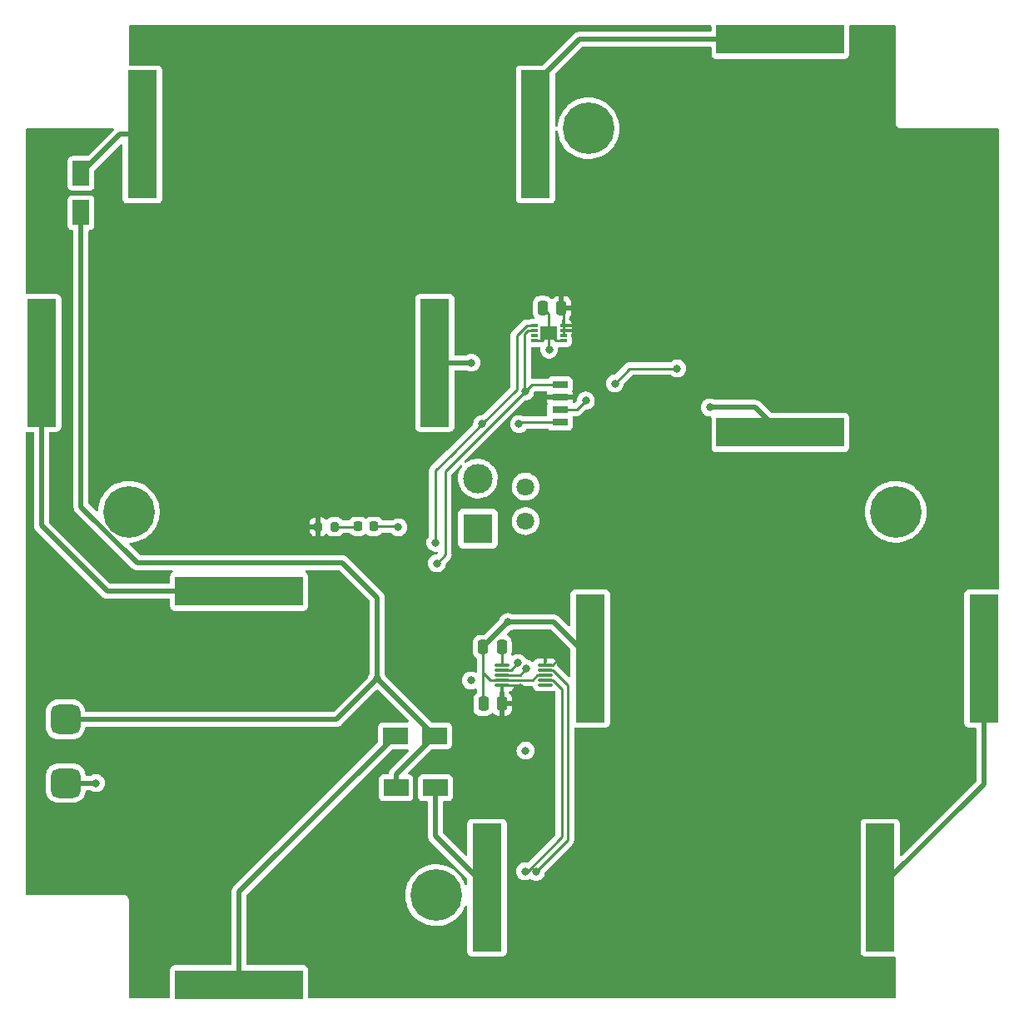
<source format=gbr>
%TF.GenerationSoftware,KiCad,Pcbnew,(6.0.11)*%
%TF.CreationDate,2023-03-22T16:16:07-07:00*%
%TF.ProjectId,solar-panel-side-Z,736f6c61-722d-4706-916e-656c2d736964,3.0*%
%TF.SameCoordinates,Original*%
%TF.FileFunction,Copper,L1,Top*%
%TF.FilePolarity,Positive*%
%FSLAX46Y46*%
G04 Gerber Fmt 4.6, Leading zero omitted, Abs format (unit mm)*
G04 Created by KiCad (PCBNEW (6.0.11)) date 2023-03-22 16:16:07*
%MOMM*%
%LPD*%
G01*
G04 APERTURE LIST*
G04 Aperture macros list*
%AMRoundRect*
0 Rectangle with rounded corners*
0 $1 Rounding radius*
0 $2 $3 $4 $5 $6 $7 $8 $9 X,Y pos of 4 corners*
0 Add a 4 corners polygon primitive as box body*
4,1,4,$2,$3,$4,$5,$6,$7,$8,$9,$2,$3,0*
0 Add four circle primitives for the rounded corners*
1,1,$1+$1,$2,$3*
1,1,$1+$1,$4,$5*
1,1,$1+$1,$6,$7*
1,1,$1+$1,$8,$9*
0 Add four rect primitives between the rounded corners*
20,1,$1+$1,$2,$3,$4,$5,0*
20,1,$1+$1,$4,$5,$6,$7,0*
20,1,$1+$1,$6,$7,$8,$9,0*
20,1,$1+$1,$8,$9,$2,$3,0*%
G04 Aperture macros list end*
%TA.AperFunction,ComponentPad*%
%ADD10C,5.250000*%
%TD*%
%TA.AperFunction,SMDPad,CuDef*%
%ADD11R,2.500000X1.700000*%
%TD*%
%TA.AperFunction,SMDPad,CuDef*%
%ADD12RoundRect,0.750000X-0.750000X-0.750000X0.750000X-0.750000X0.750000X0.750000X-0.750000X0.750000X0*%
%TD*%
%TA.AperFunction,SMDPad,CuDef*%
%ADD13RoundRect,0.218750X0.218750X0.256250X-0.218750X0.256250X-0.218750X-0.256250X0.218750X-0.256250X0*%
%TD*%
%TA.AperFunction,SMDPad,CuDef*%
%ADD14RoundRect,0.250000X0.250000X0.475000X-0.250000X0.475000X-0.250000X-0.475000X0.250000X-0.475000X0*%
%TD*%
%TA.AperFunction,SMDPad,CuDef*%
%ADD15R,0.750000X0.300000*%
%TD*%
%TA.AperFunction,SMDPad,CuDef*%
%ADD16R,1.750000X1.450000*%
%TD*%
%TA.AperFunction,SMDPad,CuDef*%
%ADD17R,3.000000X13.000000*%
%TD*%
%TA.AperFunction,SMDPad,CuDef*%
%ADD18R,13.000000X3.000000*%
%TD*%
%TA.AperFunction,SMDPad,CuDef*%
%ADD19RoundRect,0.200000X-0.200000X-0.275000X0.200000X-0.275000X0.200000X0.275000X-0.200000X0.275000X0*%
%TD*%
%TA.AperFunction,SMDPad,CuDef*%
%ADD20RoundRect,0.075000X-0.650000X-0.075000X0.650000X-0.075000X0.650000X0.075000X-0.650000X0.075000X0*%
%TD*%
%TA.AperFunction,SMDPad,CuDef*%
%ADD21R,1.600000X0.700000*%
%TD*%
%TA.AperFunction,SMDPad,CuDef*%
%ADD22R,1.700000X2.500000*%
%TD*%
%TA.AperFunction,ComponentPad*%
%ADD23C,1.800000*%
%TD*%
%TA.AperFunction,ComponentPad*%
%ADD24R,3.000000X3.000000*%
%TD*%
%TA.AperFunction,ComponentPad*%
%ADD25C,3.000000*%
%TD*%
%TA.AperFunction,ViaPad*%
%ADD26C,0.800000*%
%TD*%
%TA.AperFunction,Conductor*%
%ADD27C,0.500000*%
%TD*%
%TA.AperFunction,Conductor*%
%ADD28C,0.250000*%
%TD*%
G04 APERTURE END LIST*
D10*
%TO.P,J4,1,Pin_1*%
%TO.N,unconnected-(J4-Pad1)*%
X110500000Y-85000000D03*
%TD*%
%TO.P,J5,1,Pin_1*%
%TO.N,unconnected-(J5-Pad1)*%
X141750000Y-124000000D03*
%TD*%
%TO.P,J6,1,Pin_1*%
%TO.N,unconnected-(J6-Pad1)*%
X157250000Y-46000000D03*
%TD*%
%TO.P,J7,1,Pin_1*%
%TO.N,unconnected-(J7-Pad1)*%
X188500000Y-85000000D03*
%TD*%
D11*
%TO.P,D3,1,K*%
%TO.N,VSOLAR*%
X141590000Y-107770000D03*
%TO.P,D3,2,A*%
%TO.N,Net-(D3-Pad2)*%
X137590000Y-107770000D03*
%TD*%
D12*
%TO.P,TP1,1,1*%
%TO.N,VSOLAR*%
X104050000Y-106110000D03*
%TD*%
D13*
%TO.P,D5,1,K*%
%TO.N,GND*%
X135390000Y-86480000D03*
%TO.P,D5,2,A*%
%TO.N,Net-(D5-Pad2)*%
X133815000Y-86480000D03*
%TD*%
D14*
%TO.P,C3,1*%
%TO.N,Net-(C3-Pad1)*%
X148430000Y-98750000D03*
%TO.P,C3,2*%
%TO.N,GND*%
X146530000Y-98750000D03*
%TD*%
D15*
%TO.P,U3,1,SDA*%
%TO.N,SDA*%
X151780000Y-66080000D03*
%TO.P,U3,2,SCL*%
%TO.N,SCL*%
X151780000Y-66580000D03*
%TO.P,U3,3,Alert*%
%TO.N,unconnected-(U3-Pad3)*%
X151780000Y-67080000D03*
%TO.P,U3,4,GND*%
%TO.N,GND*%
X151780000Y-67580000D03*
%TO.P,U3,5,A2*%
X154680000Y-67580000D03*
%TO.P,U3,6,A1*%
%TO.N,+3V3*%
X154680000Y-67080000D03*
%TO.P,U3,7,A0*%
X154680000Y-66580000D03*
%TO.P,U3,8,VDD*%
X154680000Y-66080000D03*
D16*
%TO.P,U3,9,EP/GND*%
%TO.N,GND*%
X153230000Y-66830000D03*
%TD*%
D17*
%TO.P,SC5,1,+*%
%TO.N,Net-(D4-Pad2)*%
X146930000Y-123240000D03*
%TO.P,SC5,2,-*%
%TO.N,Net-(SC5-Pad2)*%
X186930000Y-123240000D03*
%TD*%
D12*
%TO.P,TP2,1,1*%
%TO.N,GND*%
X104080000Y-112590000D03*
%TD*%
D18*
%TO.P,SC3,1,+*%
%TO.N,Net-(D3-Pad2)*%
X121720000Y-133090000D03*
%TO.P,SC3,2,-*%
%TO.N,Net-(SC3-Pad2)*%
X121720000Y-93090000D03*
%TD*%
D19*
%TO.P,R1,1*%
%TO.N,+3V3*%
X129767500Y-86520000D03*
%TO.P,R1,2*%
%TO.N,Net-(D5-Pad2)*%
X131417500Y-86520000D03*
%TD*%
D14*
%TO.P,C2,1*%
%TO.N,+3V3*%
X148460000Y-104540000D03*
%TO.P,C2,2*%
%TO.N,GND*%
X146560000Y-104540000D03*
%TD*%
D20*
%TO.P,U2,1,REG*%
%TO.N,Net-(C3-Pad1)*%
X148440000Y-100610000D03*
%TO.P,U2,2,SCL*%
%TO.N,SCL*%
X148440000Y-101110000D03*
%TO.P,U2,3,SDA*%
%TO.N,SDA*%
X148440000Y-101610000D03*
%TO.P,U2,4,IN/TRIG*%
%TO.N,GND*%
X148440000Y-102110000D03*
%TO.P,U2,5,EN*%
%TO.N,+3V3*%
X148440000Y-102610000D03*
%TO.P,U2,6,VDD/NC*%
%TO.N,unconnected-(U2-Pad6)*%
X152840000Y-102610000D03*
%TO.P,U2,7,OUT+*%
%TO.N,Net-(U2-Pad7)*%
X152840000Y-102110000D03*
%TO.P,U2,8,GND*%
%TO.N,GND*%
X152840000Y-101610000D03*
%TO.P,U2,9,OUT-*%
%TO.N,Net-(U2-Pad7)*%
X152840000Y-101110000D03*
%TO.P,U2,10,VDD*%
%TO.N,+3V3*%
X152840000Y-100610000D03*
%TD*%
D11*
%TO.P,D4,1,K*%
%TO.N,VSOLAR*%
X137680000Y-113090000D03*
%TO.P,D4,2,A*%
%TO.N,Net-(D4-Pad2)*%
X141680000Y-113090000D03*
%TD*%
D14*
%TO.P,C1,1*%
%TO.N,+3V3*%
X154500000Y-64285000D03*
%TO.P,C1,2*%
%TO.N,GND*%
X152600000Y-64285000D03*
%TD*%
D21*
%TO.P,U1,1,SCL*%
%TO.N,SCL*%
X154350000Y-72095000D03*
%TO.P,U1,2,VDD*%
%TO.N,+3V3*%
X154350000Y-73365000D03*
%TO.P,U1,3,GND*%
%TO.N,GND*%
X154350000Y-74635000D03*
%TO.P,U1,4,SDA*%
%TO.N,SDA*%
X154350000Y-75905000D03*
%TD*%
D17*
%TO.P,SC4,1,+*%
%TO.N,Net-(SC3-Pad2)*%
X101620000Y-69850000D03*
%TO.P,SC4,2,-*%
%TO.N,GND*%
X141620000Y-69850000D03*
%TD*%
%TO.P,SC6,1,+*%
%TO.N,Net-(SC5-Pad2)*%
X197440000Y-99920000D03*
%TO.P,SC6,2,-*%
%TO.N,GND*%
X157440000Y-99920000D03*
%TD*%
D18*
%TO.P,SC2,1,+*%
%TO.N,Net-(SC1-Pad2)*%
X176760000Y-36940000D03*
%TO.P,SC2,2,-*%
%TO.N,GND*%
X176760000Y-76940000D03*
%TD*%
D22*
%TO.P,D2,1,K*%
%TO.N,VSOLAR*%
X105650000Y-54590000D03*
%TO.P,D2,2,A*%
%TO.N,Net-(D2-Pad2)*%
X105650000Y-50590000D03*
%TD*%
D17*
%TO.P,SC1,1,+*%
%TO.N,Net-(D2-Pad2)*%
X111870000Y-46630000D03*
%TO.P,SC1,2,-*%
%TO.N,Net-(SC1-Pad2)*%
X151870000Y-46630000D03*
%TD*%
D23*
%TO.P,J2,1,Pin_1*%
%TO.N,Net-(J2-Pad1)*%
X150850000Y-82450000D03*
%TO.P,J2,2,Pin_2*%
%TO.N,Net-(J2-Pad2)*%
X150850000Y-85950000D03*
%TD*%
D24*
%TO.P,J3,1,Pin_1*%
%TO.N,Net-(J2-Pad2)*%
X146000000Y-86710000D03*
D25*
%TO.P,J3,2,Pin_2*%
%TO.N,Net-(J2-Pad1)*%
X146000000Y-81630000D03*
%TD*%
D26*
%TO.N,GND*%
X169600000Y-74390000D03*
X107150000Y-112590000D03*
X137910000Y-86580000D03*
X153250000Y-68510000D03*
X149060000Y-96220000D03*
X145330000Y-69850000D03*
X145290000Y-102160000D03*
X156977500Y-73697500D03*
%TO.N,+3V3*%
X133940000Y-97020000D03*
X169540000Y-91600000D03*
X150340000Y-102880000D03*
X138815000Y-101955000D03*
X154290000Y-78430000D03*
X154250000Y-99940000D03*
X163460000Y-67590000D03*
%TO.N,VSOLAR*%
X135730000Y-101990000D03*
%TO.N,SDA*%
X146435000Y-76075000D03*
X150185000Y-76075000D03*
X141680000Y-88150000D03*
X150940000Y-100960000D03*
%TO.N,SCL*%
X141840000Y-90240000D03*
X150800000Y-72770000D03*
X150070000Y-100390000D03*
%TO.N,Net-(U2-Pad7)*%
X150800000Y-121570000D03*
X150850000Y-109290000D03*
X151910000Y-121620000D03*
%TO.N,AGND*%
X166270000Y-70430000D03*
X159930000Y-71950000D03*
%TD*%
D27*
%TO.N,GND*%
X153740000Y-96220000D02*
X149060000Y-96220000D01*
D28*
X153230000Y-68490000D02*
X153250000Y-68510000D01*
D27*
X149060000Y-96220000D02*
X146530000Y-98750000D01*
X176760000Y-76940000D02*
X174210000Y-74390000D01*
D28*
X135390000Y-86480000D02*
X137810000Y-86480000D01*
X152480000Y-67580000D02*
X153230000Y-66830000D01*
X146560000Y-104540000D02*
X146530000Y-104510000D01*
X146530000Y-101400000D02*
X146530000Y-98750000D01*
D27*
X141620000Y-69850000D02*
X145330000Y-69850000D01*
D28*
X153230000Y-66830000D02*
X153230000Y-68490000D01*
X147260000Y-102130000D02*
X146530000Y-101400000D01*
X152049315Y-101610000D02*
X152840000Y-101610000D01*
X153980000Y-67580000D02*
X153230000Y-66830000D01*
X153230000Y-66830000D02*
X153230000Y-64915000D01*
X148440000Y-102110000D02*
X151549315Y-102110000D01*
X154680000Y-67580000D02*
X153980000Y-67580000D01*
X148440000Y-102110000D02*
X148420000Y-102130000D01*
D27*
X176760000Y-76940000D02*
X176710000Y-76940000D01*
D28*
X151780000Y-67580000D02*
X152480000Y-67580000D01*
X156040000Y-74635000D02*
X156977500Y-73697500D01*
D27*
X157440000Y-99920000D02*
X153740000Y-96220000D01*
D28*
X151549315Y-102110000D02*
X152049315Y-101610000D01*
D27*
X104080000Y-112590000D02*
X107150000Y-112590000D01*
X174210000Y-74390000D02*
X169600000Y-74390000D01*
D28*
X146530000Y-104510000D02*
X146530000Y-101400000D01*
X153230000Y-64915000D02*
X152600000Y-64285000D01*
X154350000Y-74635000D02*
X156040000Y-74635000D01*
X148420000Y-102130000D02*
X147260000Y-102130000D01*
%TO.N,+3V3*%
X154680000Y-67080000D02*
X154680000Y-66080000D01*
X152840000Y-100610000D02*
X153580000Y-100610000D01*
X148440000Y-102610000D02*
X150070000Y-102610000D01*
X154680000Y-64465000D02*
X154500000Y-64285000D01*
X148460000Y-104540000D02*
X148460000Y-102630000D01*
X150070000Y-102610000D02*
X150340000Y-102880000D01*
X154680000Y-66080000D02*
X154680000Y-64465000D01*
X148460000Y-102630000D02*
X148440000Y-102610000D01*
X153580000Y-100610000D02*
X154250000Y-99940000D01*
D27*
%TO.N,VSOLAR*%
X131610000Y-106110000D02*
X135730000Y-101990000D01*
X104050000Y-106110000D02*
X131610000Y-106110000D01*
X135730000Y-101990000D02*
X135770000Y-101950000D01*
X137680000Y-111680000D02*
X141590000Y-107770000D01*
X132230000Y-90180000D02*
X135770000Y-93720000D01*
X137680000Y-113090000D02*
X137680000Y-111680000D01*
X135770000Y-93720000D02*
X135770000Y-101950000D01*
X135770000Y-101950000D02*
X141590000Y-107770000D01*
X105650000Y-84498707D02*
X111331293Y-90180000D01*
X111331293Y-90180000D02*
X132230000Y-90180000D01*
X105650000Y-54590000D02*
X105650000Y-84498707D01*
D28*
%TO.N,SDA*%
X150385000Y-75905000D02*
X150240000Y-76050000D01*
X149950000Y-71940000D02*
X149950000Y-67098604D01*
X146535000Y-75975000D02*
X149950000Y-72560000D01*
X150968604Y-66080000D02*
X151780000Y-66080000D01*
X143340000Y-79170000D02*
X141680000Y-80830000D01*
X154350000Y-75905000D02*
X150385000Y-75905000D01*
X149950000Y-72560000D02*
X149950000Y-71940000D01*
X149950000Y-67098604D02*
X150968604Y-66080000D01*
X150290000Y-101610000D02*
X150940000Y-100960000D01*
X146435000Y-76075000D02*
X146535000Y-75975000D01*
X148440000Y-101610000D02*
X150290000Y-101610000D01*
X141680000Y-80830000D02*
X141680000Y-88150000D01*
X143340000Y-79170000D02*
X146435000Y-76075000D01*
%TO.N,SCL*%
X142690000Y-80880000D02*
X150350000Y-73220000D01*
X148440000Y-101110000D02*
X149350000Y-101110000D01*
X142700000Y-81460000D02*
X142690000Y-81450000D01*
X150510000Y-73060000D02*
X150350000Y-73220000D01*
X150762500Y-66922500D02*
X150762500Y-72807500D01*
X151780000Y-66580000D02*
X151105000Y-66580000D01*
X150762500Y-72807500D02*
X150510000Y-73060000D01*
X142690000Y-81450000D02*
X142690000Y-80880000D01*
X154340000Y-72085000D02*
X154350000Y-72095000D01*
X142700000Y-89380000D02*
X141840000Y-90240000D01*
X151105000Y-66580000D02*
X150762500Y-66922500D01*
X151475000Y-72095000D02*
X150800000Y-72770000D01*
X150800000Y-72770000D02*
X150762500Y-72807500D01*
X149350000Y-101110000D02*
X150070000Y-100390000D01*
X154350000Y-72095000D02*
X151475000Y-72095000D01*
X142700000Y-81460000D02*
X142700000Y-89380000D01*
D27*
%TO.N,Net-(D2-Pad2)*%
X111870000Y-46630000D02*
X109610000Y-46630000D01*
X109610000Y-46630000D02*
X105650000Y-50590000D01*
%TO.N,Net-(D3-Pad2)*%
X121720000Y-123640000D02*
X121720000Y-133090000D01*
X137590000Y-107770000D02*
X121720000Y-123640000D01*
%TO.N,Net-(D4-Pad2)*%
X141680000Y-117990000D02*
X141680000Y-113090000D01*
X146930000Y-123240000D02*
X141680000Y-117990000D01*
%TO.N,Net-(SC1-Pad2)*%
X151870000Y-46630000D02*
X151870000Y-41410000D01*
X151870000Y-41410000D02*
X156340000Y-36940000D01*
X156340000Y-36940000D02*
X176760000Y-36940000D01*
%TO.N,Net-(SC3-Pad2)*%
X101620000Y-86410000D02*
X108300000Y-93090000D01*
X101620000Y-69850000D02*
X101620000Y-86410000D01*
X108300000Y-93090000D02*
X121720000Y-93090000D01*
%TO.N,Net-(SC5-Pad2)*%
X197440000Y-112730000D02*
X186930000Y-123240000D01*
X197440000Y-99920000D02*
X197440000Y-112730000D01*
D28*
%TO.N,Net-(U2-Pad7)*%
X151060000Y-121570000D02*
X154550000Y-118080000D01*
X155150000Y-118380000D02*
X151910000Y-121620000D01*
X155150000Y-102610000D02*
X155150000Y-118380000D01*
X153630685Y-102110000D02*
X152840000Y-102110000D01*
X154550000Y-118080000D02*
X154550000Y-103029315D01*
X152840000Y-101110000D02*
X153650000Y-101110000D01*
X150800000Y-121570000D02*
X151060000Y-121570000D01*
X154550000Y-103029315D02*
X153630685Y-102110000D01*
X153650000Y-101110000D02*
X155150000Y-102610000D01*
%TO.N,Net-(D5-Pad2)*%
X131417500Y-86520000D02*
X133775000Y-86520000D01*
%TO.N,AGND*%
X159930000Y-71950000D02*
X161450000Y-70430000D01*
X161450000Y-70430000D02*
X166270000Y-70430000D01*
%TO.N,Net-(C3-Pad1)*%
X148440000Y-98760000D02*
X148430000Y-98750000D01*
X148440000Y-100610000D02*
X148440000Y-98760000D01*
%TD*%
%TA.AperFunction,Conductor*%
%TO.N,+3V3*%
G36*
X169693621Y-35528502D02*
G01*
X169740114Y-35582158D01*
X169751500Y-35634500D01*
X169751500Y-36055500D01*
X169731498Y-36123621D01*
X169677842Y-36170114D01*
X169625500Y-36181500D01*
X156407070Y-36181500D01*
X156388120Y-36180067D01*
X156373885Y-36177901D01*
X156373881Y-36177901D01*
X156366651Y-36176801D01*
X156359359Y-36177394D01*
X156359356Y-36177394D01*
X156313982Y-36181085D01*
X156303767Y-36181500D01*
X156295707Y-36181500D01*
X156292073Y-36181924D01*
X156292067Y-36181924D01*
X156279042Y-36183443D01*
X156267480Y-36184791D01*
X156263132Y-36185221D01*
X156241059Y-36187016D01*
X156197662Y-36190546D01*
X156197659Y-36190547D01*
X156190364Y-36191140D01*
X156183400Y-36193396D01*
X156177461Y-36194583D01*
X156171590Y-36195970D01*
X156164319Y-36196818D01*
X156157443Y-36199314D01*
X156157434Y-36199316D01*
X156095702Y-36221725D01*
X156091598Y-36223135D01*
X156022101Y-36245648D01*
X156015846Y-36249444D01*
X156010387Y-36251943D01*
X156004939Y-36254671D01*
X155998063Y-36257167D01*
X155937010Y-36297195D01*
X155933327Y-36299519D01*
X155875686Y-36334496D01*
X155875682Y-36334499D01*
X155870893Y-36337405D01*
X155862517Y-36344803D01*
X155862493Y-36344776D01*
X155859511Y-36347421D01*
X155856274Y-36350128D01*
X155850148Y-36354144D01*
X155845112Y-36359460D01*
X155845111Y-36359461D01*
X155796854Y-36410402D01*
X155794476Y-36412844D01*
X152622724Y-39584595D01*
X152560412Y-39618621D01*
X152533629Y-39621500D01*
X150321866Y-39621500D01*
X150259684Y-39628255D01*
X150123295Y-39679385D01*
X150006739Y-39766739D01*
X149919385Y-39883295D01*
X149868255Y-40019684D01*
X149861500Y-40081866D01*
X149861500Y-53178134D01*
X149868255Y-53240316D01*
X149919385Y-53376705D01*
X150006739Y-53493261D01*
X150123295Y-53580615D01*
X150259684Y-53631745D01*
X150321866Y-53638500D01*
X153418134Y-53638500D01*
X153480316Y-53631745D01*
X153616705Y-53580615D01*
X153733261Y-53493261D01*
X153820615Y-53376705D01*
X153871745Y-53240316D01*
X153878500Y-53178134D01*
X153878500Y-46341522D01*
X153898502Y-46273401D01*
X153952158Y-46226908D01*
X154022432Y-46216804D01*
X154087012Y-46246298D01*
X154125396Y-46306024D01*
X154129017Y-46322246D01*
X154180145Y-46652518D01*
X154272012Y-46990645D01*
X154273302Y-46993904D01*
X154273304Y-46993909D01*
X154322316Y-47117698D01*
X154400998Y-47316424D01*
X154565493Y-47625795D01*
X154567483Y-47628701D01*
X154567484Y-47628703D01*
X154654216Y-47755371D01*
X154763449Y-47914902D01*
X154992397Y-48180142D01*
X155249485Y-48418207D01*
X155531507Y-48626132D01*
X155534544Y-48627886D01*
X155534548Y-48627888D01*
X155695060Y-48720559D01*
X155834949Y-48801324D01*
X155838170Y-48802731D01*
X156152807Y-48940193D01*
X156152817Y-48940197D01*
X156156029Y-48941600D01*
X156159387Y-48942639D01*
X156159391Y-48942641D01*
X156295685Y-48984831D01*
X156490743Y-49045212D01*
X156494199Y-49045871D01*
X156494198Y-49045871D01*
X156831471Y-49110210D01*
X156831477Y-49110211D01*
X156834922Y-49110868D01*
X157066253Y-49128668D01*
X157180777Y-49137480D01*
X157180778Y-49137480D01*
X157184274Y-49137749D01*
X157416291Y-49129646D01*
X157530929Y-49125643D01*
X157530933Y-49125643D01*
X157534445Y-49125520D01*
X157537924Y-49125006D01*
X157537927Y-49125006D01*
X157877578Y-49074851D01*
X157877584Y-49074850D01*
X157881070Y-49074335D01*
X157884474Y-49073436D01*
X157884477Y-49073435D01*
X158216439Y-48985727D01*
X158216440Y-48985727D01*
X158219830Y-48984831D01*
X158546502Y-48858123D01*
X158857014Y-48695792D01*
X159147496Y-48499859D01*
X159414327Y-48272768D01*
X159499069Y-48182527D01*
X159651771Y-48019916D01*
X159651775Y-48019911D01*
X159654182Y-48017348D01*
X159864071Y-47736785D01*
X159897468Y-47679862D01*
X160031633Y-47451181D01*
X160041377Y-47434573D01*
X160042809Y-47431357D01*
X160182459Y-47117698D01*
X160182461Y-47117693D01*
X160183891Y-47114481D01*
X160289837Y-46780498D01*
X160357894Y-46436786D01*
X160371614Y-46273401D01*
X160387030Y-46089814D01*
X160387031Y-46089803D01*
X160387213Y-46087630D01*
X160387290Y-46082158D01*
X160388407Y-46002178D01*
X160388407Y-46002166D01*
X160388437Y-46000000D01*
X160387737Y-45987467D01*
X160370845Y-45685351D01*
X160368878Y-45650162D01*
X160366365Y-45635302D01*
X160311032Y-45308153D01*
X160311031Y-45308148D01*
X160310445Y-45304684D01*
X160213866Y-44967873D01*
X160166818Y-44853726D01*
X160081683Y-44647171D01*
X160081679Y-44647163D01*
X160080345Y-44643926D01*
X159911546Y-44336882D01*
X159709573Y-44050567D01*
X159476943Y-43788550D01*
X159474342Y-43786208D01*
X159474337Y-43786203D01*
X159219167Y-43556447D01*
X159219166Y-43556447D01*
X159216557Y-43554097D01*
X159178538Y-43526878D01*
X158934513Y-43352173D01*
X158934510Y-43352171D01*
X158931659Y-43350130D01*
X158625800Y-43179192D01*
X158302794Y-43043412D01*
X158299425Y-43042421D01*
X158299421Y-43042419D01*
X158151053Y-42998752D01*
X157966665Y-42944484D01*
X157690895Y-42895858D01*
X157625063Y-42884250D01*
X157625061Y-42884250D01*
X157621603Y-42883640D01*
X157618094Y-42883419D01*
X157618092Y-42883419D01*
X157275428Y-42861860D01*
X157275422Y-42861860D01*
X157271910Y-42861639D01*
X157174516Y-42866403D01*
X156925451Y-42878584D01*
X156925443Y-42878585D01*
X156921944Y-42878756D01*
X156918476Y-42879318D01*
X156918473Y-42879318D01*
X156579542Y-42934213D01*
X156579539Y-42934214D01*
X156576067Y-42934776D01*
X156572684Y-42935721D01*
X156572682Y-42935721D01*
X156537747Y-42945475D01*
X156238589Y-43029001D01*
X156235341Y-43030313D01*
X156235333Y-43030316D01*
X155916983Y-43158938D01*
X155916979Y-43158940D01*
X155913719Y-43160257D01*
X155910632Y-43161926D01*
X155910628Y-43161928D01*
X155881220Y-43177829D01*
X155605503Y-43326909D01*
X155317785Y-43526878D01*
X155315143Y-43529191D01*
X155315139Y-43529194D01*
X155076206Y-43738365D01*
X155054151Y-43757673D01*
X154817886Y-44016416D01*
X154611935Y-44299883D01*
X154438865Y-44604541D01*
X154300834Y-44926591D01*
X154281112Y-44991914D01*
X154200789Y-45257958D01*
X154199562Y-45262021D01*
X154183452Y-45349800D01*
X154141505Y-45578352D01*
X154136311Y-45606650D01*
X154133686Y-45644187D01*
X154130193Y-45694140D01*
X154105488Y-45760700D01*
X154048720Y-45803337D01*
X153977912Y-45808514D01*
X153915546Y-45774588D01*
X153881422Y-45712329D01*
X153878500Y-45685351D01*
X153878500Y-40526371D01*
X153898502Y-40458250D01*
X153915405Y-40437276D01*
X156617276Y-37735405D01*
X156679588Y-37701379D01*
X156706371Y-37698500D01*
X169625500Y-37698500D01*
X169693621Y-37718502D01*
X169740114Y-37772158D01*
X169751500Y-37824500D01*
X169751500Y-38488134D01*
X169758255Y-38550316D01*
X169809385Y-38686705D01*
X169896739Y-38803261D01*
X170013295Y-38890615D01*
X170149684Y-38941745D01*
X170211866Y-38948500D01*
X183308134Y-38948500D01*
X183370316Y-38941745D01*
X183506705Y-38890615D01*
X183623261Y-38803261D01*
X183710615Y-38686705D01*
X183761745Y-38550316D01*
X183768500Y-38488134D01*
X183768500Y-35634500D01*
X183788502Y-35566379D01*
X183842158Y-35519886D01*
X183894500Y-35508500D01*
X188365500Y-35508500D01*
X188433621Y-35528502D01*
X188480114Y-35582158D01*
X188491500Y-35634500D01*
X188491500Y-45491377D01*
X188491498Y-45492147D01*
X188491024Y-45569721D01*
X188493491Y-45578352D01*
X188499150Y-45598153D01*
X188502728Y-45614915D01*
X188506920Y-45644187D01*
X188510634Y-45652355D01*
X188510634Y-45652356D01*
X188517548Y-45667562D01*
X188523996Y-45685086D01*
X188531051Y-45709771D01*
X188535843Y-45717365D01*
X188535844Y-45717368D01*
X188546830Y-45734780D01*
X188554969Y-45749863D01*
X188567208Y-45776782D01*
X188573069Y-45783584D01*
X188583970Y-45796235D01*
X188595073Y-45811239D01*
X188608776Y-45832958D01*
X188615501Y-45838897D01*
X188615504Y-45838901D01*
X188630938Y-45852532D01*
X188642982Y-45864724D01*
X188656427Y-45880327D01*
X188656430Y-45880329D01*
X188662287Y-45887127D01*
X188669816Y-45892007D01*
X188669817Y-45892008D01*
X188683835Y-45901094D01*
X188698709Y-45912385D01*
X188711217Y-45923431D01*
X188717951Y-45929378D01*
X188744711Y-45941942D01*
X188759691Y-45950263D01*
X188776983Y-45961471D01*
X188776988Y-45961473D01*
X188784515Y-45966352D01*
X188793108Y-45968922D01*
X188793113Y-45968924D01*
X188809120Y-45973711D01*
X188826564Y-45980372D01*
X188841676Y-45987467D01*
X188841678Y-45987468D01*
X188849800Y-45991281D01*
X188858667Y-45992662D01*
X188858668Y-45992662D01*
X188868310Y-45994163D01*
X188879017Y-45995830D01*
X188895732Y-45999613D01*
X188915466Y-46005515D01*
X188915472Y-46005516D01*
X188924066Y-46008086D01*
X188933037Y-46008141D01*
X188933038Y-46008141D01*
X188943097Y-46008202D01*
X188958506Y-46008296D01*
X188959289Y-46008329D01*
X188960386Y-46008500D01*
X188991377Y-46008500D01*
X188992147Y-46008502D01*
X189065785Y-46008952D01*
X189065786Y-46008952D01*
X189069721Y-46008976D01*
X189071065Y-46008592D01*
X189072410Y-46008500D01*
X198865500Y-46008500D01*
X198933621Y-46028502D01*
X198980114Y-46082158D01*
X198991500Y-46134500D01*
X198991500Y-92785500D01*
X198971498Y-92853621D01*
X198917842Y-92900114D01*
X198865500Y-92911500D01*
X195891866Y-92911500D01*
X195829684Y-92918255D01*
X195693295Y-92969385D01*
X195576739Y-93056739D01*
X195489385Y-93173295D01*
X195438255Y-93309684D01*
X195431500Y-93371866D01*
X195431500Y-106468134D01*
X195438255Y-106530316D01*
X195489385Y-106666705D01*
X195576739Y-106783261D01*
X195693295Y-106870615D01*
X195829684Y-106921745D01*
X195891866Y-106928500D01*
X196555500Y-106928500D01*
X196623621Y-106948502D01*
X196670114Y-107002158D01*
X196681500Y-107054500D01*
X196681500Y-112363629D01*
X196661498Y-112431750D01*
X196644595Y-112452724D01*
X189153595Y-119943724D01*
X189091283Y-119977750D01*
X189020468Y-119972685D01*
X188963632Y-119930138D01*
X188938821Y-119863618D01*
X188938500Y-119854629D01*
X188938500Y-116691866D01*
X188931745Y-116629684D01*
X188880615Y-116493295D01*
X188793261Y-116376739D01*
X188676705Y-116289385D01*
X188540316Y-116238255D01*
X188478134Y-116231500D01*
X185381866Y-116231500D01*
X185319684Y-116238255D01*
X185183295Y-116289385D01*
X185066739Y-116376739D01*
X184979385Y-116493295D01*
X184928255Y-116629684D01*
X184921500Y-116691866D01*
X184921500Y-129788134D01*
X184928255Y-129850316D01*
X184979385Y-129986705D01*
X185066739Y-130103261D01*
X185183295Y-130190615D01*
X185319684Y-130241745D01*
X185381866Y-130248500D01*
X188365500Y-130248500D01*
X188433621Y-130268502D01*
X188480114Y-130322158D01*
X188491500Y-130374500D01*
X188491500Y-134365500D01*
X188471498Y-134433621D01*
X188417842Y-134480114D01*
X188365500Y-134491500D01*
X128854500Y-134491500D01*
X128786379Y-134471498D01*
X128739886Y-134417842D01*
X128728500Y-134365500D01*
X128728500Y-131541866D01*
X128721745Y-131479684D01*
X128670615Y-131343295D01*
X128583261Y-131226739D01*
X128466705Y-131139385D01*
X128330316Y-131088255D01*
X128268134Y-131081500D01*
X122604500Y-131081500D01*
X122536379Y-131061498D01*
X122489886Y-131007842D01*
X122478500Y-130955500D01*
X122478500Y-124006371D01*
X122493237Y-123956181D01*
X138611869Y-123956181D01*
X138626542Y-124306258D01*
X138647131Y-124439254D01*
X138667328Y-124569721D01*
X138680145Y-124652518D01*
X138772012Y-124990645D01*
X138773302Y-124993904D01*
X138773304Y-124993909D01*
X138823289Y-125120156D01*
X138900998Y-125316424D01*
X139065493Y-125625795D01*
X139067483Y-125628701D01*
X139067484Y-125628703D01*
X139141490Y-125736785D01*
X139263449Y-125914902D01*
X139492397Y-126180142D01*
X139749485Y-126418207D01*
X140031507Y-126626132D01*
X140034544Y-126627886D01*
X140034548Y-126627888D01*
X140195060Y-126720559D01*
X140334949Y-126801324D01*
X140338170Y-126802731D01*
X140652807Y-126940193D01*
X140652817Y-126940197D01*
X140656029Y-126941600D01*
X140659387Y-126942639D01*
X140659391Y-126942641D01*
X140795685Y-126984831D01*
X140990743Y-127045212D01*
X140994199Y-127045871D01*
X140994198Y-127045871D01*
X141331471Y-127110210D01*
X141331477Y-127110211D01*
X141334922Y-127110868D01*
X141566253Y-127128668D01*
X141680777Y-127137480D01*
X141680778Y-127137480D01*
X141684274Y-127137749D01*
X141916291Y-127129646D01*
X142030929Y-127125643D01*
X142030933Y-127125643D01*
X142034445Y-127125520D01*
X142037924Y-127125006D01*
X142037927Y-127125006D01*
X142377578Y-127074851D01*
X142377584Y-127074850D01*
X142381070Y-127074335D01*
X142384474Y-127073436D01*
X142384477Y-127073435D01*
X142716439Y-126985727D01*
X142716440Y-126985727D01*
X142719830Y-126984831D01*
X143046502Y-126858123D01*
X143357014Y-126695792D01*
X143647496Y-126499859D01*
X143914327Y-126272768D01*
X143999069Y-126182527D01*
X144151771Y-126019916D01*
X144151775Y-126019911D01*
X144154182Y-126017348D01*
X144364071Y-125736785D01*
X144541377Y-125434573D01*
X144542809Y-125431357D01*
X144680393Y-125122338D01*
X144726373Y-125068242D01*
X144794301Y-125047593D01*
X144862609Y-125066945D01*
X144909610Y-125120156D01*
X144921500Y-125173587D01*
X144921500Y-129788134D01*
X144928255Y-129850316D01*
X144979385Y-129986705D01*
X145066739Y-130103261D01*
X145183295Y-130190615D01*
X145319684Y-130241745D01*
X145381866Y-130248500D01*
X148478134Y-130248500D01*
X148540316Y-130241745D01*
X148676705Y-130190615D01*
X148793261Y-130103261D01*
X148880615Y-129986705D01*
X148931745Y-129850316D01*
X148938500Y-129788134D01*
X148938500Y-116691866D01*
X148931745Y-116629684D01*
X148880615Y-116493295D01*
X148793261Y-116376739D01*
X148676705Y-116289385D01*
X148540316Y-116238255D01*
X148478134Y-116231500D01*
X145381866Y-116231500D01*
X145319684Y-116238255D01*
X145183295Y-116289385D01*
X145066739Y-116376739D01*
X144979385Y-116493295D01*
X144928255Y-116629684D01*
X144921500Y-116691866D01*
X144921500Y-119854629D01*
X144901498Y-119922750D01*
X144847842Y-119969243D01*
X144777568Y-119979347D01*
X144712988Y-119949853D01*
X144706405Y-119943724D01*
X142475405Y-117712724D01*
X142441379Y-117650412D01*
X142438500Y-117623629D01*
X142438500Y-114574500D01*
X142458502Y-114506379D01*
X142512158Y-114459886D01*
X142564500Y-114448500D01*
X142978134Y-114448500D01*
X143040316Y-114441745D01*
X143176705Y-114390615D01*
X143293261Y-114303261D01*
X143380615Y-114186705D01*
X143431745Y-114050316D01*
X143438500Y-113988134D01*
X143438500Y-112191866D01*
X143431745Y-112129684D01*
X143380615Y-111993295D01*
X143293261Y-111876739D01*
X143176705Y-111789385D01*
X143040316Y-111738255D01*
X142978134Y-111731500D01*
X140381866Y-111731500D01*
X140319684Y-111738255D01*
X140183295Y-111789385D01*
X140066739Y-111876739D01*
X139979385Y-111993295D01*
X139928255Y-112129684D01*
X139921500Y-112191866D01*
X139921500Y-113988134D01*
X139928255Y-114050316D01*
X139979385Y-114186705D01*
X140066739Y-114303261D01*
X140183295Y-114390615D01*
X140319684Y-114441745D01*
X140381866Y-114448500D01*
X140795500Y-114448500D01*
X140863621Y-114468502D01*
X140910114Y-114522158D01*
X140921500Y-114574500D01*
X140921500Y-117922930D01*
X140920067Y-117941880D01*
X140916801Y-117963349D01*
X140917394Y-117970641D01*
X140917394Y-117970644D01*
X140921085Y-118016018D01*
X140921500Y-118026233D01*
X140921500Y-118034293D01*
X140921925Y-118037937D01*
X140924789Y-118062507D01*
X140925222Y-118066882D01*
X140931140Y-118139637D01*
X140933396Y-118146601D01*
X140934587Y-118152560D01*
X140935971Y-118158415D01*
X140936818Y-118165681D01*
X140961735Y-118234327D01*
X140963152Y-118238455D01*
X140985649Y-118307899D01*
X140989445Y-118314154D01*
X140991951Y-118319628D01*
X140994670Y-118325058D01*
X140997167Y-118331937D01*
X141001180Y-118338057D01*
X141001180Y-118338058D01*
X141037186Y-118392976D01*
X141039523Y-118396680D01*
X141077405Y-118459107D01*
X141081121Y-118463315D01*
X141081122Y-118463316D01*
X141084803Y-118467484D01*
X141084776Y-118467508D01*
X141087429Y-118470500D01*
X141090132Y-118473733D01*
X141094144Y-118479852D01*
X141130694Y-118514476D01*
X141150383Y-118533128D01*
X141152825Y-118535506D01*
X144884595Y-122267276D01*
X144918621Y-122329588D01*
X144921500Y-122356371D01*
X144921500Y-122835284D01*
X144901498Y-122903405D01*
X144847842Y-122949898D01*
X144777568Y-122960002D01*
X144712988Y-122930508D01*
X144679007Y-122883299D01*
X144581683Y-122647171D01*
X144581679Y-122647163D01*
X144580345Y-122643926D01*
X144411546Y-122336882D01*
X144209573Y-122050567D01*
X144162262Y-121997279D01*
X143979274Y-121791175D01*
X143979270Y-121791171D01*
X143976943Y-121788550D01*
X143974342Y-121786208D01*
X143974337Y-121786203D01*
X143719167Y-121556447D01*
X143719166Y-121556447D01*
X143716557Y-121554097D01*
X143678538Y-121526878D01*
X143434513Y-121352173D01*
X143434510Y-121352171D01*
X143431659Y-121350130D01*
X143125800Y-121179192D01*
X142802794Y-121043412D01*
X142799425Y-121042421D01*
X142799421Y-121042419D01*
X142651053Y-120998752D01*
X142466665Y-120944484D01*
X142190895Y-120895858D01*
X142125063Y-120884250D01*
X142125061Y-120884250D01*
X142121603Y-120883640D01*
X142118094Y-120883419D01*
X142118092Y-120883419D01*
X141775428Y-120861860D01*
X141775422Y-120861860D01*
X141771910Y-120861639D01*
X141674516Y-120866403D01*
X141425451Y-120878584D01*
X141425443Y-120878585D01*
X141421944Y-120878756D01*
X141418476Y-120879318D01*
X141418473Y-120879318D01*
X141079542Y-120934213D01*
X141079539Y-120934214D01*
X141076067Y-120934776D01*
X141072684Y-120935721D01*
X141072682Y-120935721D01*
X141037747Y-120945475D01*
X140738589Y-121029001D01*
X140735341Y-121030313D01*
X140735333Y-121030316D01*
X140416983Y-121158938D01*
X140416979Y-121158940D01*
X140413719Y-121160257D01*
X140410632Y-121161926D01*
X140410628Y-121161928D01*
X140381220Y-121177829D01*
X140105503Y-121326909D01*
X139817785Y-121526878D01*
X139815143Y-121529191D01*
X139815139Y-121529194D01*
X139576206Y-121738365D01*
X139554151Y-121757673D01*
X139317886Y-122016416D01*
X139111935Y-122299883D01*
X138938865Y-122604541D01*
X138921985Y-122643926D01*
X138810772Y-122903405D01*
X138800834Y-122926591D01*
X138793797Y-122949898D01*
X138739638Y-123129284D01*
X138699562Y-123262021D01*
X138690981Y-123308775D01*
X138644538Y-123561826D01*
X138636311Y-123606650D01*
X138611869Y-123956181D01*
X122493237Y-123956181D01*
X122498502Y-123938250D01*
X122515405Y-123917276D01*
X137267276Y-109165405D01*
X137329588Y-109131379D01*
X137356371Y-109128500D01*
X138854629Y-109128500D01*
X138922750Y-109148502D01*
X138969243Y-109202158D01*
X138979347Y-109272432D01*
X138949853Y-109337012D01*
X138943724Y-109343595D01*
X137191089Y-111096230D01*
X137176677Y-111108616D01*
X137165082Y-111117149D01*
X137165077Y-111117154D01*
X137159182Y-111121492D01*
X137154443Y-111127070D01*
X137154440Y-111127073D01*
X137124965Y-111161768D01*
X137118035Y-111169284D01*
X137112340Y-111174979D01*
X137110060Y-111177861D01*
X137094719Y-111197251D01*
X137091928Y-111200655D01*
X137049409Y-111250703D01*
X137044667Y-111256285D01*
X137041339Y-111262801D01*
X137037972Y-111267850D01*
X137034805Y-111272979D01*
X137030266Y-111278716D01*
X136999345Y-111344875D01*
X136997442Y-111348769D01*
X136964231Y-111413808D01*
X136962492Y-111420916D01*
X136960393Y-111426559D01*
X136958476Y-111432322D01*
X136955378Y-111438950D01*
X136953888Y-111446112D01*
X136953888Y-111446113D01*
X136940514Y-111510412D01*
X136939544Y-111514696D01*
X136922192Y-111585610D01*
X136921500Y-111596764D01*
X136921464Y-111596762D01*
X136921225Y-111600760D01*
X136920851Y-111604945D01*
X136919360Y-111612115D01*
X136919505Y-111617461D01*
X136893819Y-111682778D01*
X136836241Y-111724315D01*
X136794300Y-111731500D01*
X136381866Y-111731500D01*
X136319684Y-111738255D01*
X136183295Y-111789385D01*
X136066739Y-111876739D01*
X135979385Y-111993295D01*
X135928255Y-112129684D01*
X135921500Y-112191866D01*
X135921500Y-113988134D01*
X135928255Y-114050316D01*
X135979385Y-114186705D01*
X136066739Y-114303261D01*
X136183295Y-114390615D01*
X136319684Y-114441745D01*
X136381866Y-114448500D01*
X138978134Y-114448500D01*
X139040316Y-114441745D01*
X139176705Y-114390615D01*
X139293261Y-114303261D01*
X139380615Y-114186705D01*
X139431745Y-114050316D01*
X139438500Y-113988134D01*
X139438500Y-112191866D01*
X139431745Y-112129684D01*
X139380615Y-111993295D01*
X139293261Y-111876739D01*
X139176705Y-111789385D01*
X139040316Y-111738255D01*
X139007233Y-111734661D01*
X138989763Y-111732763D01*
X138924201Y-111705521D01*
X138883775Y-111647158D01*
X138881320Y-111576203D01*
X138914276Y-111518405D01*
X141142681Y-109290000D01*
X149936496Y-109290000D01*
X149956458Y-109479928D01*
X150015473Y-109661556D01*
X150110960Y-109826944D01*
X150238747Y-109968866D01*
X150393248Y-110081118D01*
X150399276Y-110083802D01*
X150399278Y-110083803D01*
X150561681Y-110156109D01*
X150567712Y-110158794D01*
X150661112Y-110178647D01*
X150748056Y-110197128D01*
X150748061Y-110197128D01*
X150754513Y-110198500D01*
X150945487Y-110198500D01*
X150951939Y-110197128D01*
X150951944Y-110197128D01*
X151038888Y-110178647D01*
X151132288Y-110158794D01*
X151138319Y-110156109D01*
X151300722Y-110083803D01*
X151300724Y-110083802D01*
X151306752Y-110081118D01*
X151461253Y-109968866D01*
X151589040Y-109826944D01*
X151684527Y-109661556D01*
X151743542Y-109479928D01*
X151763504Y-109290000D01*
X151748632Y-109148502D01*
X151744232Y-109106635D01*
X151744232Y-109106633D01*
X151743542Y-109100072D01*
X151684527Y-108918444D01*
X151589040Y-108753056D01*
X151562630Y-108723724D01*
X151465675Y-108616045D01*
X151465674Y-108616044D01*
X151461253Y-108611134D01*
X151306752Y-108498882D01*
X151300724Y-108496198D01*
X151300722Y-108496197D01*
X151138319Y-108423891D01*
X151138318Y-108423891D01*
X151132288Y-108421206D01*
X151038888Y-108401353D01*
X150951944Y-108382872D01*
X150951939Y-108382872D01*
X150945487Y-108381500D01*
X150754513Y-108381500D01*
X150748061Y-108382872D01*
X150748056Y-108382872D01*
X150661113Y-108401353D01*
X150567712Y-108421206D01*
X150561682Y-108423891D01*
X150561681Y-108423891D01*
X150399278Y-108496197D01*
X150399276Y-108496198D01*
X150393248Y-108498882D01*
X150238747Y-108611134D01*
X150234326Y-108616044D01*
X150234325Y-108616045D01*
X150137371Y-108723724D01*
X150110960Y-108753056D01*
X150015473Y-108918444D01*
X149956458Y-109100072D01*
X149955768Y-109106633D01*
X149955768Y-109106635D01*
X149951368Y-109148502D01*
X149936496Y-109290000D01*
X141142681Y-109290000D01*
X141267276Y-109165405D01*
X141329588Y-109131379D01*
X141356371Y-109128500D01*
X142888134Y-109128500D01*
X142950316Y-109121745D01*
X143086705Y-109070615D01*
X143203261Y-108983261D01*
X143290615Y-108866705D01*
X143341745Y-108730316D01*
X143348500Y-108668134D01*
X143348500Y-106871866D01*
X143341745Y-106809684D01*
X143290615Y-106673295D01*
X143203261Y-106556739D01*
X143086705Y-106469385D01*
X142950316Y-106418255D01*
X142888134Y-106411500D01*
X141356371Y-106411500D01*
X141288250Y-106391498D01*
X141267276Y-106374595D01*
X137052681Y-102160000D01*
X144376496Y-102160000D01*
X144396458Y-102349928D01*
X144455473Y-102531556D01*
X144550960Y-102696944D01*
X144555378Y-102701851D01*
X144555379Y-102701852D01*
X144610887Y-102763500D01*
X144678747Y-102838866D01*
X144833248Y-102951118D01*
X144839276Y-102953802D01*
X144839278Y-102953803D01*
X144993982Y-103022681D01*
X145007712Y-103028794D01*
X145079829Y-103044123D01*
X145188056Y-103067128D01*
X145188061Y-103067128D01*
X145194513Y-103068500D01*
X145385487Y-103068500D01*
X145391939Y-103067128D01*
X145391944Y-103067128D01*
X145500171Y-103044123D01*
X145572288Y-103028794D01*
X145719252Y-102963362D01*
X145789618Y-102953928D01*
X145853915Y-102984034D01*
X145891729Y-103044123D01*
X145896500Y-103078469D01*
X145896500Y-103358666D01*
X145876498Y-103426787D01*
X145846300Y-103456469D01*
X145847612Y-103458125D01*
X145841880Y-103462668D01*
X145835652Y-103466522D01*
X145710695Y-103591697D01*
X145617885Y-103742262D01*
X145562203Y-103910139D01*
X145551500Y-104014600D01*
X145551500Y-105065400D01*
X145551837Y-105068646D01*
X145551837Y-105068650D01*
X145561618Y-105162914D01*
X145562474Y-105171166D01*
X145618450Y-105338946D01*
X145711522Y-105489348D01*
X145836697Y-105614305D01*
X145842927Y-105618145D01*
X145842928Y-105618146D01*
X145980288Y-105702816D01*
X145987262Y-105707115D01*
X146067005Y-105733564D01*
X146148611Y-105760632D01*
X146148613Y-105760632D01*
X146155139Y-105762797D01*
X146161975Y-105763497D01*
X146161978Y-105763498D01*
X146205031Y-105767909D01*
X146259600Y-105773500D01*
X146860400Y-105773500D01*
X146863646Y-105773163D01*
X146863650Y-105773163D01*
X146959308Y-105763238D01*
X146959312Y-105763237D01*
X146966166Y-105762526D01*
X146972702Y-105760345D01*
X146972704Y-105760345D01*
X147104806Y-105716272D01*
X147133946Y-105706550D01*
X147284348Y-105613478D01*
X147409305Y-105488303D01*
X147412102Y-105483765D01*
X147469353Y-105443176D01*
X147540276Y-105439946D01*
X147601687Y-105475572D01*
X147609062Y-105484068D01*
X147617098Y-105494207D01*
X147731829Y-105608739D01*
X147743240Y-105617751D01*
X147881243Y-105702816D01*
X147894424Y-105708963D01*
X148048710Y-105760138D01*
X148062086Y-105763005D01*
X148156438Y-105772672D01*
X148162854Y-105773000D01*
X148187885Y-105773000D01*
X148203124Y-105768525D01*
X148204329Y-105767135D01*
X148206000Y-105759452D01*
X148206000Y-105754884D01*
X148714000Y-105754884D01*
X148718475Y-105770123D01*
X148719865Y-105771328D01*
X148727548Y-105772999D01*
X148757095Y-105772999D01*
X148763614Y-105772662D01*
X148859206Y-105762743D01*
X148872600Y-105759851D01*
X149026784Y-105708412D01*
X149039962Y-105702239D01*
X149177807Y-105616937D01*
X149189208Y-105607901D01*
X149303739Y-105493171D01*
X149312751Y-105481760D01*
X149397816Y-105343757D01*
X149403963Y-105330576D01*
X149455138Y-105176290D01*
X149458005Y-105162914D01*
X149467672Y-105068562D01*
X149468000Y-105062146D01*
X149468000Y-104812115D01*
X149463525Y-104796876D01*
X149462135Y-104795671D01*
X149454452Y-104794000D01*
X148732115Y-104794000D01*
X148716876Y-104798475D01*
X148715671Y-104799865D01*
X148714000Y-104807548D01*
X148714000Y-105754884D01*
X148206000Y-105754884D01*
X148206000Y-103380668D01*
X148226002Y-103312547D01*
X148279658Y-103266054D01*
X148286171Y-103263625D01*
X148288329Y-103261135D01*
X148290000Y-103253452D01*
X148290000Y-102894500D01*
X148310002Y-102826379D01*
X148363658Y-102779886D01*
X148416000Y-102768500D01*
X148464000Y-102768500D01*
X148532121Y-102788502D01*
X148578614Y-102842158D01*
X148590000Y-102894500D01*
X148590000Y-103248885D01*
X148594475Y-103264124D01*
X148595865Y-103265329D01*
X148614783Y-103269444D01*
X148677095Y-103303469D01*
X148711120Y-103365781D01*
X148714000Y-103392565D01*
X148714000Y-104267885D01*
X148718475Y-104283124D01*
X148719865Y-104284329D01*
X148727548Y-104286000D01*
X149449884Y-104286000D01*
X149465123Y-104281525D01*
X149466328Y-104280135D01*
X149467999Y-104272452D01*
X149467999Y-104017905D01*
X149467662Y-104011386D01*
X149457743Y-103915794D01*
X149454851Y-103902400D01*
X149403412Y-103748216D01*
X149397239Y-103735038D01*
X149311937Y-103597193D01*
X149302901Y-103585792D01*
X149182991Y-103466090D01*
X149184725Y-103464353D01*
X149150408Y-103415940D01*
X149147183Y-103345017D01*
X149182815Y-103283609D01*
X149236958Y-103253281D01*
X149249822Y-103249834D01*
X149376386Y-103197410D01*
X149390569Y-103189221D01*
X149499248Y-103105829D01*
X149510828Y-103094250D01*
X149594223Y-102985566D01*
X149602410Y-102971385D01*
X149654833Y-102844826D01*
X149656958Y-102836893D01*
X149693907Y-102776269D01*
X149757767Y-102745245D01*
X149778666Y-102743500D01*
X151470548Y-102743500D01*
X151481731Y-102744027D01*
X151489224Y-102745702D01*
X151497354Y-102745446D01*
X151497509Y-102745487D01*
X151505043Y-102746199D01*
X151504928Y-102747414D01*
X151566068Y-102763295D01*
X151614226Y-102815462D01*
X151621006Y-102833428D01*
X151621519Y-102837324D01*
X151680314Y-102979268D01*
X151773843Y-103101157D01*
X151895733Y-103194686D01*
X152037676Y-103253481D01*
X152095814Y-103261135D01*
X152147669Y-103267962D01*
X152147670Y-103267962D01*
X152151756Y-103268500D01*
X153528244Y-103268500D01*
X153532330Y-103267962D01*
X153532331Y-103267962D01*
X153584186Y-103261135D01*
X153642324Y-103253481D01*
X153649951Y-103250322D01*
X153649954Y-103250321D01*
X153731376Y-103216595D01*
X153801966Y-103209006D01*
X153868689Y-103243909D01*
X153879595Y-103254815D01*
X153913621Y-103317127D01*
X153916500Y-103343910D01*
X153916500Y-117765405D01*
X153896498Y-117833526D01*
X153879595Y-117854500D01*
X151089923Y-120644172D01*
X151027611Y-120678198D01*
X150974631Y-120678323D01*
X150895487Y-120661500D01*
X150704513Y-120661500D01*
X150698061Y-120662872D01*
X150698056Y-120662872D01*
X150625367Y-120678323D01*
X150517712Y-120701206D01*
X150511682Y-120703891D01*
X150511681Y-120703891D01*
X150349278Y-120776197D01*
X150349276Y-120776198D01*
X150343248Y-120778882D01*
X150188747Y-120891134D01*
X150184326Y-120896044D01*
X150184325Y-120896045D01*
X150149452Y-120934776D01*
X150060960Y-121033056D01*
X150054981Y-121043412D01*
X149986556Y-121161928D01*
X149965473Y-121198444D01*
X149906458Y-121380072D01*
X149886496Y-121570000D01*
X149906458Y-121759928D01*
X149965473Y-121941556D01*
X150060960Y-122106944D01*
X150065378Y-122111851D01*
X150065379Y-122111852D01*
X150105980Y-122156944D01*
X150188747Y-122248866D01*
X150343248Y-122361118D01*
X150349276Y-122363802D01*
X150349278Y-122363803D01*
X150358020Y-122367695D01*
X150517712Y-122438794D01*
X150611113Y-122458647D01*
X150698056Y-122477128D01*
X150698061Y-122477128D01*
X150704513Y-122478500D01*
X150895487Y-122478500D01*
X150901939Y-122477128D01*
X150901944Y-122477128D01*
X150988887Y-122458647D01*
X151082288Y-122438794D01*
X151241980Y-122367695D01*
X151250722Y-122363803D01*
X151250724Y-122363802D01*
X151256752Y-122361118D01*
X151258167Y-122360090D01*
X151325411Y-122343773D01*
X151393482Y-122367695D01*
X151453248Y-122411118D01*
X151459276Y-122413802D01*
X151459278Y-122413803D01*
X151604591Y-122478500D01*
X151627712Y-122488794D01*
X151721113Y-122508647D01*
X151808056Y-122527128D01*
X151808061Y-122527128D01*
X151814513Y-122528500D01*
X152005487Y-122528500D01*
X152011939Y-122527128D01*
X152011944Y-122527128D01*
X152098887Y-122508647D01*
X152192288Y-122488794D01*
X152215409Y-122478500D01*
X152360722Y-122413803D01*
X152360724Y-122413802D01*
X152366752Y-122411118D01*
X152521253Y-122298866D01*
X152649040Y-122156944D01*
X152744527Y-121991556D01*
X152803542Y-121809928D01*
X152820907Y-121644706D01*
X152847920Y-121579050D01*
X152857122Y-121568782D01*
X155542253Y-118883652D01*
X155550539Y-118876112D01*
X155557018Y-118872000D01*
X155603644Y-118822348D01*
X155606398Y-118819507D01*
X155626135Y-118799770D01*
X155628615Y-118796573D01*
X155636320Y-118787551D01*
X155661159Y-118761100D01*
X155666586Y-118755321D01*
X155670405Y-118748375D01*
X155670407Y-118748372D01*
X155676348Y-118737566D01*
X155687199Y-118721047D01*
X155694758Y-118711301D01*
X155699614Y-118705041D01*
X155702759Y-118697772D01*
X155702762Y-118697768D01*
X155717174Y-118664463D01*
X155722391Y-118653813D01*
X155743695Y-118615060D01*
X155748733Y-118595437D01*
X155755137Y-118576734D01*
X155760033Y-118565420D01*
X155760033Y-118565419D01*
X155763181Y-118558145D01*
X155764420Y-118550322D01*
X155764423Y-118550312D01*
X155770099Y-118514476D01*
X155772505Y-118502856D01*
X155781528Y-118467711D01*
X155781528Y-118467710D01*
X155783500Y-118460030D01*
X155783500Y-118439776D01*
X155785051Y-118420065D01*
X155786980Y-118407886D01*
X155788220Y-118400057D01*
X155784059Y-118356038D01*
X155783500Y-118344181D01*
X155783500Y-107054500D01*
X155803502Y-106986379D01*
X155857158Y-106939886D01*
X155909500Y-106928500D01*
X158988134Y-106928500D01*
X159050316Y-106921745D01*
X159186705Y-106870615D01*
X159303261Y-106783261D01*
X159390615Y-106666705D01*
X159441745Y-106530316D01*
X159448500Y-106468134D01*
X159448500Y-93371866D01*
X159441745Y-93309684D01*
X159390615Y-93173295D01*
X159303261Y-93056739D01*
X159186705Y-92969385D01*
X159050316Y-92918255D01*
X158988134Y-92911500D01*
X155891866Y-92911500D01*
X155829684Y-92918255D01*
X155693295Y-92969385D01*
X155576739Y-93056739D01*
X155489385Y-93173295D01*
X155438255Y-93309684D01*
X155431500Y-93371866D01*
X155431500Y-96534629D01*
X155411498Y-96602750D01*
X155357842Y-96649243D01*
X155287568Y-96659347D01*
X155222988Y-96629853D01*
X155216405Y-96623724D01*
X154323770Y-95731089D01*
X154311384Y-95716677D01*
X154302851Y-95705082D01*
X154302846Y-95705077D01*
X154298508Y-95699182D01*
X154292930Y-95694443D01*
X154292927Y-95694440D01*
X154258232Y-95664965D01*
X154250716Y-95658035D01*
X154245021Y-95652340D01*
X154238880Y-95647482D01*
X154222749Y-95634719D01*
X154219345Y-95631928D01*
X154169297Y-95589409D01*
X154169295Y-95589408D01*
X154163715Y-95584667D01*
X154157199Y-95581339D01*
X154152150Y-95577972D01*
X154147021Y-95574805D01*
X154141284Y-95570266D01*
X154075125Y-95539345D01*
X154071225Y-95537439D01*
X154070857Y-95537251D01*
X154006192Y-95504231D01*
X153999084Y-95502492D01*
X153993441Y-95500393D01*
X153987678Y-95498476D01*
X153981050Y-95495378D01*
X153909583Y-95480513D01*
X153905299Y-95479543D01*
X153834390Y-95462192D01*
X153828788Y-95461844D01*
X153828785Y-95461844D01*
X153823236Y-95461500D01*
X153823238Y-95461464D01*
X153819245Y-95461225D01*
X153815053Y-95460851D01*
X153807885Y-95459360D01*
X153741675Y-95461151D01*
X153730479Y-95461454D01*
X153727072Y-95461500D01*
X149602587Y-95461500D01*
X149528528Y-95437437D01*
X149522098Y-95432765D01*
X149522091Y-95432761D01*
X149516752Y-95428882D01*
X149510724Y-95426198D01*
X149510722Y-95426197D01*
X149348319Y-95353891D01*
X149348318Y-95353891D01*
X149342288Y-95351206D01*
X149248887Y-95331353D01*
X149161944Y-95312872D01*
X149161939Y-95312872D01*
X149155487Y-95311500D01*
X148964513Y-95311500D01*
X148958061Y-95312872D01*
X148958056Y-95312872D01*
X148871113Y-95331353D01*
X148777712Y-95351206D01*
X148771682Y-95353891D01*
X148771681Y-95353891D01*
X148609278Y-95426197D01*
X148609276Y-95426198D01*
X148603248Y-95428882D01*
X148597907Y-95432762D01*
X148597906Y-95432763D01*
X148591473Y-95437437D01*
X148448747Y-95541134D01*
X148444326Y-95546044D01*
X148444325Y-95546045D01*
X148340229Y-95661656D01*
X148320960Y-95683056D01*
X148225473Y-95848444D01*
X148223431Y-95854729D01*
X148170613Y-96017285D01*
X148139875Y-96067444D01*
X146727724Y-97479595D01*
X146665412Y-97513621D01*
X146638629Y-97516500D01*
X146229600Y-97516500D01*
X146226354Y-97516837D01*
X146226350Y-97516837D01*
X146130692Y-97526762D01*
X146130688Y-97526763D01*
X146123834Y-97527474D01*
X146117298Y-97529655D01*
X146117296Y-97529655D01*
X146090536Y-97538583D01*
X145956054Y-97583450D01*
X145805652Y-97676522D01*
X145680695Y-97801697D01*
X145587885Y-97952262D01*
X145532203Y-98120139D01*
X145521500Y-98224600D01*
X145521500Y-99275400D01*
X145532474Y-99381166D01*
X145588450Y-99548946D01*
X145681522Y-99699348D01*
X145806697Y-99824305D01*
X145812927Y-99828145D01*
X145836618Y-99842749D01*
X145884110Y-99895522D01*
X145896500Y-99950008D01*
X145896500Y-101241531D01*
X145876498Y-101309652D01*
X145822842Y-101356145D01*
X145752568Y-101366249D01*
X145719251Y-101356638D01*
X145578319Y-101293891D01*
X145578318Y-101293891D01*
X145572288Y-101291206D01*
X145478888Y-101271353D01*
X145391944Y-101252872D01*
X145391939Y-101252872D01*
X145385487Y-101251500D01*
X145194513Y-101251500D01*
X145188061Y-101252872D01*
X145188056Y-101252872D01*
X145101112Y-101271353D01*
X145007712Y-101291206D01*
X145001682Y-101293891D01*
X145001681Y-101293891D01*
X144839278Y-101366197D01*
X144839276Y-101366198D01*
X144833248Y-101368882D01*
X144678747Y-101481134D01*
X144674326Y-101486044D01*
X144674325Y-101486045D01*
X144560266Y-101612721D01*
X144550960Y-101623056D01*
X144455473Y-101788444D01*
X144396458Y-101970072D01*
X144376496Y-102160000D01*
X137052681Y-102160000D01*
X136611620Y-101718939D01*
X136580882Y-101668780D01*
X136566569Y-101624729D01*
X136564527Y-101618444D01*
X136545381Y-101585282D01*
X136528500Y-101522282D01*
X136528500Y-93787070D01*
X136529933Y-93768120D01*
X136532099Y-93753885D01*
X136532099Y-93753881D01*
X136533199Y-93746651D01*
X136531961Y-93731421D01*
X136528915Y-93693982D01*
X136528500Y-93683767D01*
X136528500Y-93675707D01*
X136526396Y-93657661D01*
X136525211Y-93647493D01*
X136524778Y-93643118D01*
X136519454Y-93577661D01*
X136519453Y-93577658D01*
X136518860Y-93570363D01*
X136516604Y-93563399D01*
X136515413Y-93557440D01*
X136514029Y-93551585D01*
X136513182Y-93544319D01*
X136488265Y-93475673D01*
X136486848Y-93471545D01*
X136466607Y-93409064D01*
X136466606Y-93409062D01*
X136464351Y-93402101D01*
X136460555Y-93395846D01*
X136458049Y-93390372D01*
X136455330Y-93384942D01*
X136452833Y-93378063D01*
X136412814Y-93317024D01*
X136410467Y-93313305D01*
X136403780Y-93302285D01*
X136372595Y-93250893D01*
X136365197Y-93242516D01*
X136365224Y-93242492D01*
X136362571Y-93239500D01*
X136359868Y-93236267D01*
X136355856Y-93230148D01*
X136299617Y-93176872D01*
X136297175Y-93174494D01*
X132813770Y-89691089D01*
X132801384Y-89676677D01*
X132792851Y-89665082D01*
X132792846Y-89665077D01*
X132788508Y-89659182D01*
X132782930Y-89654443D01*
X132782927Y-89654440D01*
X132748232Y-89624965D01*
X132740716Y-89618035D01*
X132735021Y-89612340D01*
X132728753Y-89607381D01*
X132712749Y-89594719D01*
X132709345Y-89591928D01*
X132659297Y-89549409D01*
X132659295Y-89549408D01*
X132653715Y-89544667D01*
X132647199Y-89541339D01*
X132642150Y-89537972D01*
X132637021Y-89534805D01*
X132631284Y-89530266D01*
X132565125Y-89499345D01*
X132561225Y-89497439D01*
X132496192Y-89464231D01*
X132489084Y-89462492D01*
X132483441Y-89460393D01*
X132477678Y-89458476D01*
X132471050Y-89455378D01*
X132455296Y-89452101D01*
X132399588Y-89440514D01*
X132395299Y-89439543D01*
X132324390Y-89422192D01*
X132318788Y-89421844D01*
X132318785Y-89421844D01*
X132313236Y-89421500D01*
X132313238Y-89421464D01*
X132309245Y-89421225D01*
X132305053Y-89420851D01*
X132297885Y-89419360D01*
X132231675Y-89421151D01*
X132220479Y-89421454D01*
X132217072Y-89421500D01*
X111697664Y-89421500D01*
X111629543Y-89401498D01*
X111608569Y-89384595D01*
X110569075Y-88345101D01*
X110535049Y-88282789D01*
X110540114Y-88211974D01*
X110582661Y-88155138D01*
X110597244Y-88150000D01*
X140766496Y-88150000D01*
X140767186Y-88156565D01*
X140780453Y-88282789D01*
X140786458Y-88339928D01*
X140845473Y-88521556D01*
X140940960Y-88686944D01*
X141068747Y-88828866D01*
X141223248Y-88941118D01*
X141229276Y-88943802D01*
X141229278Y-88943803D01*
X141391681Y-89016109D01*
X141397712Y-89018794D01*
X141491112Y-89038647D01*
X141578056Y-89057128D01*
X141578061Y-89057128D01*
X141584513Y-89058500D01*
X141775487Y-89058500D01*
X141781942Y-89057128D01*
X141781951Y-89057127D01*
X141804028Y-89052434D01*
X141874819Y-89057835D01*
X141931452Y-89100651D01*
X141955946Y-89167289D01*
X141940525Y-89236590D01*
X141919321Y-89264775D01*
X141889501Y-89294595D01*
X141827189Y-89328621D01*
X141800406Y-89331500D01*
X141744513Y-89331500D01*
X141738061Y-89332872D01*
X141738056Y-89332872D01*
X141656890Y-89350125D01*
X141557712Y-89371206D01*
X141551682Y-89373891D01*
X141551681Y-89373891D01*
X141389278Y-89446197D01*
X141389276Y-89446198D01*
X141383248Y-89448882D01*
X141377907Y-89452762D01*
X141377906Y-89452763D01*
X141366504Y-89461047D01*
X141228747Y-89561134D01*
X141224326Y-89566044D01*
X141224325Y-89566045D01*
X141105720Y-89697770D01*
X141100960Y-89703056D01*
X141005473Y-89868444D01*
X140946458Y-90050072D01*
X140926496Y-90240000D01*
X140946458Y-90429928D01*
X141005473Y-90611556D01*
X141100960Y-90776944D01*
X141105378Y-90781851D01*
X141105379Y-90781852D01*
X141215922Y-90904622D01*
X141228747Y-90918866D01*
X141383248Y-91031118D01*
X141389276Y-91033802D01*
X141389278Y-91033803D01*
X141511580Y-91088255D01*
X141557712Y-91108794D01*
X141651112Y-91128647D01*
X141738056Y-91147128D01*
X141738061Y-91147128D01*
X141744513Y-91148500D01*
X141935487Y-91148500D01*
X141941939Y-91147128D01*
X141941944Y-91147128D01*
X142028887Y-91128647D01*
X142122288Y-91108794D01*
X142168420Y-91088255D01*
X142290722Y-91033803D01*
X142290724Y-91033802D01*
X142296752Y-91031118D01*
X142451253Y-90918866D01*
X142464078Y-90904622D01*
X142574621Y-90781852D01*
X142574622Y-90781851D01*
X142579040Y-90776944D01*
X142674527Y-90611556D01*
X142733542Y-90429928D01*
X142750907Y-90264706D01*
X142777920Y-90199050D01*
X142787122Y-90188782D01*
X143092247Y-89883657D01*
X143100537Y-89876113D01*
X143107018Y-89872000D01*
X143115732Y-89862721D01*
X143153658Y-89822333D01*
X143156413Y-89819491D01*
X143176135Y-89799769D01*
X143178612Y-89796576D01*
X143186317Y-89787555D01*
X143211159Y-89761100D01*
X143216586Y-89755321D01*
X143220407Y-89748371D01*
X143226346Y-89737568D01*
X143237202Y-89721041D01*
X143244757Y-89711302D01*
X143244758Y-89711300D01*
X143249614Y-89705040D01*
X143267174Y-89664460D01*
X143272391Y-89653812D01*
X143289875Y-89622009D01*
X143289876Y-89622007D01*
X143293695Y-89615060D01*
X143298733Y-89595437D01*
X143305137Y-89576734D01*
X143310033Y-89565420D01*
X143310033Y-89565419D01*
X143313181Y-89558145D01*
X143314420Y-89550322D01*
X143314423Y-89550312D01*
X143320099Y-89514476D01*
X143322505Y-89502856D01*
X143331528Y-89467711D01*
X143331528Y-89467710D01*
X143333500Y-89460030D01*
X143333500Y-89439776D01*
X143335051Y-89420065D01*
X143336980Y-89407886D01*
X143338220Y-89400057D01*
X143334059Y-89356038D01*
X143333500Y-89344181D01*
X143333500Y-88258134D01*
X143991500Y-88258134D01*
X143998255Y-88320316D01*
X144049385Y-88456705D01*
X144136739Y-88573261D01*
X144253295Y-88660615D01*
X144389684Y-88711745D01*
X144451866Y-88718500D01*
X147548134Y-88718500D01*
X147610316Y-88711745D01*
X147746705Y-88660615D01*
X147863261Y-88573261D01*
X147950615Y-88456705D01*
X148001745Y-88320316D01*
X148008500Y-88258134D01*
X148008500Y-85915469D01*
X149437095Y-85915469D01*
X149437392Y-85920622D01*
X149437392Y-85920625D01*
X149448596Y-86114938D01*
X149450427Y-86146697D01*
X149451564Y-86151743D01*
X149451565Y-86151749D01*
X149477313Y-86266000D01*
X149501346Y-86372642D01*
X149503288Y-86377424D01*
X149503289Y-86377428D01*
X149585545Y-86580000D01*
X149588484Y-86587237D01*
X149709501Y-86784719D01*
X149861147Y-86959784D01*
X150039349Y-87107730D01*
X150239322Y-87224584D01*
X150244147Y-87226426D01*
X150244148Y-87226427D01*
X150308802Y-87251116D01*
X150455694Y-87307209D01*
X150460760Y-87308240D01*
X150460761Y-87308240D01*
X150492538Y-87314705D01*
X150682656Y-87353385D01*
X150813324Y-87358176D01*
X150908949Y-87361683D01*
X150908953Y-87361683D01*
X150914113Y-87361872D01*
X150919233Y-87361216D01*
X150919235Y-87361216D01*
X151000004Y-87350869D01*
X151143847Y-87332442D01*
X151148795Y-87330957D01*
X151148802Y-87330956D01*
X151360747Y-87267369D01*
X151365690Y-87265886D01*
X151370324Y-87263616D01*
X151569049Y-87166262D01*
X151569052Y-87166260D01*
X151573684Y-87163991D01*
X151762243Y-87029494D01*
X151926303Y-86866005D01*
X152061458Y-86677917D01*
X152103648Y-86592553D01*
X152161784Y-86474922D01*
X152161785Y-86474920D01*
X152164078Y-86470280D01*
X152231408Y-86248671D01*
X152261640Y-86019041D01*
X152263327Y-85950000D01*
X152253173Y-85826498D01*
X152244773Y-85724318D01*
X152244772Y-85724312D01*
X152244349Y-85719167D01*
X152203828Y-85557846D01*
X152189184Y-85499544D01*
X152189183Y-85499540D01*
X152187925Y-85494533D01*
X152185866Y-85489797D01*
X152097630Y-85286868D01*
X152097628Y-85286865D01*
X152095570Y-85282131D01*
X151969764Y-85087665D01*
X151850123Y-84956181D01*
X185361869Y-84956181D01*
X185376542Y-85306258D01*
X185397285Y-85440250D01*
X185429027Y-85645295D01*
X185430145Y-85652518D01*
X185431067Y-85655910D01*
X185431067Y-85655912D01*
X185440410Y-85690301D01*
X185522012Y-85990645D01*
X185523302Y-85993904D01*
X185523304Y-85993909D01*
X185626131Y-86253617D01*
X185650998Y-86316424D01*
X185652653Y-86319536D01*
X185652655Y-86319541D01*
X185686819Y-86383794D01*
X185815493Y-86625795D01*
X185817483Y-86628701D01*
X185817484Y-86628703D01*
X186006590Y-86904884D01*
X186013449Y-86914902D01*
X186242397Y-87180142D01*
X186499485Y-87418207D01*
X186502311Y-87420290D01*
X186502314Y-87420293D01*
X186560462Y-87463163D01*
X186781507Y-87626132D01*
X186784544Y-87627886D01*
X186784548Y-87627888D01*
X186945060Y-87720559D01*
X187084949Y-87801324D01*
X187088170Y-87802731D01*
X187402807Y-87940193D01*
X187402817Y-87940197D01*
X187406029Y-87941600D01*
X187409387Y-87942639D01*
X187409391Y-87942641D01*
X187545685Y-87984831D01*
X187740743Y-88045212D01*
X187744199Y-88045871D01*
X187744198Y-88045871D01*
X188081471Y-88110210D01*
X188081477Y-88110211D01*
X188084922Y-88110868D01*
X188316253Y-88128668D01*
X188430777Y-88137480D01*
X188430778Y-88137480D01*
X188434274Y-88137749D01*
X188666291Y-88129646D01*
X188780929Y-88125643D01*
X188780933Y-88125643D01*
X188784445Y-88125520D01*
X188787924Y-88125006D01*
X188787927Y-88125006D01*
X189127578Y-88074851D01*
X189127584Y-88074850D01*
X189131070Y-88074335D01*
X189134474Y-88073436D01*
X189134477Y-88073435D01*
X189466439Y-87985727D01*
X189466440Y-87985727D01*
X189469830Y-87984831D01*
X189796502Y-87858123D01*
X190107014Y-87695792D01*
X190392098Y-87503500D01*
X190394580Y-87501826D01*
X190394582Y-87501825D01*
X190397496Y-87499859D01*
X190400427Y-87497365D01*
X190661654Y-87275043D01*
X190661655Y-87275042D01*
X190664327Y-87272768D01*
X190741061Y-87191055D01*
X190901771Y-87019916D01*
X190901775Y-87019911D01*
X190904182Y-87017348D01*
X191114071Y-86736785D01*
X191119285Y-86727899D01*
X191210529Y-86572376D01*
X191291377Y-86434573D01*
X191308268Y-86396635D01*
X191432459Y-86117698D01*
X191432461Y-86117693D01*
X191433891Y-86114481D01*
X191539837Y-85780498D01*
X191607894Y-85436786D01*
X191623778Y-85247623D01*
X191637030Y-85089814D01*
X191637031Y-85089803D01*
X191637213Y-85087630D01*
X191637532Y-85064837D01*
X191638407Y-85002178D01*
X191638407Y-85002166D01*
X191638437Y-85000000D01*
X191637798Y-84988559D01*
X191624184Y-84745069D01*
X191618878Y-84650162D01*
X191610931Y-84603177D01*
X191561032Y-84308153D01*
X191561031Y-84308148D01*
X191560445Y-84304684D01*
X191463866Y-83967873D01*
X191396885Y-83805364D01*
X191331683Y-83647171D01*
X191331679Y-83647163D01*
X191330345Y-83643926D01*
X191161546Y-83336882D01*
X190985441Y-83087237D01*
X190961609Y-83053453D01*
X190961608Y-83053451D01*
X190959573Y-83050567D01*
X190848958Y-82925978D01*
X190729274Y-82791175D01*
X190729270Y-82791171D01*
X190726943Y-82788550D01*
X190724342Y-82786208D01*
X190724337Y-82786203D01*
X190469167Y-82556447D01*
X190469166Y-82556447D01*
X190466557Y-82554097D01*
X190428538Y-82526878D01*
X190184513Y-82352173D01*
X190184510Y-82352171D01*
X190181659Y-82350130D01*
X189875800Y-82179192D01*
X189552794Y-82043412D01*
X189549425Y-82042421D01*
X189549421Y-82042419D01*
X189386717Y-81994533D01*
X189216665Y-81944484D01*
X188888010Y-81886533D01*
X188875063Y-81884250D01*
X188875061Y-81884250D01*
X188871603Y-81883640D01*
X188868094Y-81883419D01*
X188868092Y-81883419D01*
X188525428Y-81861860D01*
X188525422Y-81861860D01*
X188521910Y-81861639D01*
X188424516Y-81866403D01*
X188175451Y-81878584D01*
X188175443Y-81878585D01*
X188171944Y-81878756D01*
X188168476Y-81879318D01*
X188168473Y-81879318D01*
X187829542Y-81934213D01*
X187829539Y-81934214D01*
X187826067Y-81934776D01*
X187822684Y-81935721D01*
X187822682Y-81935721D01*
X187787747Y-81945475D01*
X187488589Y-82029001D01*
X187485341Y-82030313D01*
X187485333Y-82030316D01*
X187166983Y-82158938D01*
X187166979Y-82158940D01*
X187163719Y-82160257D01*
X187160632Y-82161926D01*
X187160628Y-82161928D01*
X187125520Y-82180911D01*
X186855503Y-82326909D01*
X186567785Y-82526878D01*
X186565143Y-82529191D01*
X186565139Y-82529194D01*
X186364370Y-82704955D01*
X186304151Y-82757673D01*
X186067886Y-83016416D01*
X185861935Y-83299883D01*
X185688865Y-83604541D01*
X185671985Y-83643926D01*
X185578573Y-83861872D01*
X185550834Y-83926591D01*
X185449562Y-84262021D01*
X185441732Y-84304684D01*
X185390232Y-84585288D01*
X185386311Y-84606650D01*
X185361869Y-84956181D01*
X151850123Y-84956181D01*
X151813887Y-84916358D01*
X151809836Y-84913159D01*
X151809832Y-84913155D01*
X151636177Y-84776011D01*
X151636172Y-84776008D01*
X151632123Y-84772810D01*
X151627607Y-84770317D01*
X151627604Y-84770315D01*
X151433879Y-84663373D01*
X151433875Y-84663371D01*
X151429355Y-84660876D01*
X151424486Y-84659152D01*
X151424482Y-84659150D01*
X151215903Y-84585288D01*
X151215899Y-84585287D01*
X151211028Y-84583562D01*
X151205935Y-84582655D01*
X151205932Y-84582654D01*
X150988095Y-84543851D01*
X150988089Y-84543850D01*
X150983006Y-84542945D01*
X150910096Y-84542054D01*
X150756581Y-84540179D01*
X150756579Y-84540179D01*
X150751411Y-84540116D01*
X150522464Y-84575150D01*
X150302314Y-84647106D01*
X150297726Y-84649494D01*
X150297722Y-84649496D01*
X150101461Y-84751663D01*
X150096872Y-84754052D01*
X150092739Y-84757155D01*
X150092736Y-84757157D01*
X149915790Y-84890012D01*
X149911655Y-84893117D01*
X149908083Y-84896855D01*
X149829386Y-84979207D01*
X149751639Y-85060564D01*
X149748725Y-85064836D01*
X149748724Y-85064837D01*
X149734666Y-85085445D01*
X149621119Y-85251899D01*
X149523602Y-85461981D01*
X149461707Y-85685169D01*
X149437095Y-85915469D01*
X148008500Y-85915469D01*
X148008500Y-85161866D01*
X148001745Y-85099684D01*
X147950615Y-84963295D01*
X147863261Y-84846739D01*
X147746705Y-84759385D01*
X147610316Y-84708255D01*
X147548134Y-84701500D01*
X144451866Y-84701500D01*
X144389684Y-84708255D01*
X144253295Y-84759385D01*
X144136739Y-84846739D01*
X144049385Y-84963295D01*
X143998255Y-85099684D01*
X143991500Y-85161866D01*
X143991500Y-88258134D01*
X143333500Y-88258134D01*
X143333500Y-81538767D01*
X143334027Y-81527584D01*
X143335702Y-81520091D01*
X143333562Y-81452014D01*
X143333500Y-81448055D01*
X143333500Y-81420144D01*
X143332995Y-81416144D01*
X143332062Y-81404301D01*
X143331711Y-81393117D01*
X143330673Y-81360110D01*
X143328462Y-81352500D01*
X143327222Y-81344671D01*
X143327365Y-81344648D01*
X143323500Y-81317489D01*
X143323500Y-81194594D01*
X143343502Y-81126473D01*
X143360405Y-81105499D01*
X144195107Y-80270797D01*
X144257419Y-80236771D01*
X144328234Y-80241836D01*
X144385070Y-80284383D01*
X144409881Y-80350903D01*
X144394790Y-80420277D01*
X144386525Y-80433418D01*
X144366254Y-80461628D01*
X144289002Y-80569136D01*
X144160857Y-80811161D01*
X144159385Y-80815184D01*
X144159383Y-80815188D01*
X144077047Y-81040179D01*
X144066743Y-81068337D01*
X144008404Y-81335907D01*
X143986917Y-81608918D01*
X144002682Y-81882320D01*
X144003507Y-81886525D01*
X144003508Y-81886533D01*
X144019286Y-81966954D01*
X144055405Y-82151053D01*
X144056792Y-82155103D01*
X144056793Y-82155108D01*
X144124264Y-82352173D01*
X144144112Y-82410144D01*
X144267160Y-82654799D01*
X144269586Y-82658328D01*
X144269589Y-82658334D01*
X144339651Y-82760274D01*
X144422274Y-82880490D01*
X144606582Y-83083043D01*
X144816675Y-83258707D01*
X144820316Y-83260991D01*
X145045024Y-83401951D01*
X145045028Y-83401953D01*
X145048664Y-83404234D01*
X145116544Y-83434883D01*
X145294345Y-83515164D01*
X145294349Y-83515166D01*
X145298257Y-83516930D01*
X145302377Y-83518150D01*
X145302376Y-83518150D01*
X145556723Y-83593491D01*
X145556727Y-83593492D01*
X145560836Y-83594709D01*
X145565070Y-83595357D01*
X145565075Y-83595358D01*
X145827298Y-83635483D01*
X145827300Y-83635483D01*
X145831540Y-83636132D01*
X145970912Y-83638322D01*
X146101071Y-83640367D01*
X146101077Y-83640367D01*
X146105362Y-83640434D01*
X146377235Y-83607534D01*
X146642127Y-83538041D01*
X146646087Y-83536401D01*
X146646092Y-83536399D01*
X146823084Y-83463086D01*
X146895136Y-83433241D01*
X147064958Y-83334005D01*
X147127879Y-83297237D01*
X147127880Y-83297236D01*
X147131582Y-83295073D01*
X147347089Y-83126094D01*
X147380477Y-83091641D01*
X147493585Y-82974922D01*
X147537669Y-82929431D01*
X147540202Y-82925983D01*
X147540206Y-82925978D01*
X147697257Y-82712178D01*
X147699795Y-82708723D01*
X147727154Y-82658334D01*
X147828418Y-82471830D01*
X147828419Y-82471828D01*
X147830468Y-82468054D01*
X147850338Y-82415469D01*
X149437095Y-82415469D01*
X149437392Y-82420622D01*
X149437392Y-82420625D01*
X149443652Y-82529194D01*
X149450427Y-82646697D01*
X149451564Y-82651743D01*
X149451565Y-82651749D01*
X149476023Y-82760274D01*
X149501346Y-82872642D01*
X149503288Y-82877424D01*
X149503289Y-82877428D01*
X149560883Y-83019264D01*
X149588484Y-83087237D01*
X149709501Y-83284719D01*
X149861147Y-83459784D01*
X150039349Y-83607730D01*
X150239322Y-83724584D01*
X150455694Y-83807209D01*
X150460760Y-83808240D01*
X150460761Y-83808240D01*
X150513846Y-83819040D01*
X150682656Y-83853385D01*
X150813324Y-83858176D01*
X150908949Y-83861683D01*
X150908953Y-83861683D01*
X150914113Y-83861872D01*
X150919233Y-83861216D01*
X150919235Y-83861216D01*
X150992270Y-83851860D01*
X151143847Y-83832442D01*
X151148795Y-83830957D01*
X151148802Y-83830956D01*
X151360747Y-83767369D01*
X151365690Y-83765886D01*
X151446236Y-83726427D01*
X151569049Y-83666262D01*
X151569052Y-83666260D01*
X151573684Y-83663991D01*
X151762243Y-83529494D01*
X151926303Y-83366005D01*
X152061458Y-83177917D01*
X152087071Y-83126094D01*
X152161784Y-82974922D01*
X152161785Y-82974920D01*
X152164078Y-82970280D01*
X152231408Y-82748671D01*
X152261640Y-82519041D01*
X152263327Y-82450000D01*
X152253207Y-82326909D01*
X152244773Y-82224318D01*
X152244772Y-82224312D01*
X152244349Y-82219167D01*
X152187925Y-81994533D01*
X152185866Y-81989797D01*
X152097630Y-81786868D01*
X152097628Y-81786865D01*
X152095570Y-81782131D01*
X151969764Y-81587665D01*
X151813887Y-81416358D01*
X151809836Y-81413159D01*
X151809832Y-81413155D01*
X151636177Y-81276011D01*
X151636172Y-81276008D01*
X151632123Y-81272810D01*
X151627607Y-81270317D01*
X151627604Y-81270315D01*
X151433879Y-81163373D01*
X151433875Y-81163371D01*
X151429355Y-81160876D01*
X151424486Y-81159152D01*
X151424482Y-81159150D01*
X151215903Y-81085288D01*
X151215899Y-81085287D01*
X151211028Y-81083562D01*
X151205935Y-81082655D01*
X151205932Y-81082654D01*
X150988095Y-81043851D01*
X150988089Y-81043850D01*
X150983006Y-81042945D01*
X150910096Y-81042054D01*
X150756581Y-81040179D01*
X150756579Y-81040179D01*
X150751411Y-81040116D01*
X150522464Y-81075150D01*
X150302314Y-81147106D01*
X150297726Y-81149494D01*
X150297722Y-81149496D01*
X150271065Y-81163373D01*
X150096872Y-81254052D01*
X150092739Y-81257155D01*
X150092736Y-81257157D01*
X149945069Y-81368029D01*
X149911655Y-81393117D01*
X149751639Y-81560564D01*
X149748725Y-81564836D01*
X149748724Y-81564837D01*
X149733152Y-81587665D01*
X149621119Y-81751899D01*
X149523602Y-81961981D01*
X149461707Y-82185169D01*
X149437095Y-82415469D01*
X147850338Y-82415469D01*
X147922568Y-82224318D01*
X147925751Y-82215895D01*
X147925752Y-82215891D01*
X147927269Y-82211877D01*
X147965540Y-82044775D01*
X147987449Y-81949117D01*
X147987450Y-81949113D01*
X147988407Y-81944933D01*
X147989230Y-81935721D01*
X148012531Y-81674627D01*
X148012531Y-81674625D01*
X148012751Y-81672161D01*
X148013193Y-81630000D01*
X148008751Y-81564837D01*
X147994859Y-81361055D01*
X147994858Y-81361049D01*
X147994567Y-81356778D01*
X147939032Y-81088612D01*
X147847617Y-80830465D01*
X147755429Y-80651855D01*
X147723978Y-80590919D01*
X147723978Y-80590918D01*
X147722013Y-80587112D01*
X147712040Y-80572921D01*
X147599940Y-80413419D01*
X147564545Y-80363057D01*
X147378125Y-80162445D01*
X147374810Y-80159731D01*
X147374806Y-80159728D01*
X147169523Y-79991706D01*
X147166205Y-79988990D01*
X146932704Y-79845901D01*
X146928768Y-79844173D01*
X146685873Y-79737549D01*
X146685869Y-79737548D01*
X146681945Y-79735825D01*
X146418566Y-79660800D01*
X146414324Y-79660196D01*
X146414318Y-79660195D01*
X146213834Y-79631662D01*
X146147443Y-79622213D01*
X146003589Y-79621460D01*
X145877877Y-79620802D01*
X145877871Y-79620802D01*
X145873591Y-79620780D01*
X145869347Y-79621339D01*
X145869343Y-79621339D01*
X145750302Y-79637011D01*
X145602078Y-79656525D01*
X145597938Y-79657658D01*
X145597936Y-79657658D01*
X145525008Y-79677609D01*
X145337928Y-79728788D01*
X145333980Y-79730472D01*
X145089982Y-79834546D01*
X145089978Y-79834548D01*
X145086030Y-79836232D01*
X145066125Y-79848145D01*
X144854725Y-79974664D01*
X144854721Y-79974667D01*
X144851043Y-79976868D01*
X144847698Y-79979548D01*
X144817339Y-80003870D01*
X144751669Y-80030851D01*
X144681837Y-80018046D01*
X144630014Y-79969519D01*
X144612653Y-79900678D01*
X144635266Y-79833379D01*
X144649464Y-79816440D01*
X147481405Y-76984500D01*
X148390905Y-76075000D01*
X149271496Y-76075000D01*
X149291458Y-76264928D01*
X149350473Y-76446556D01*
X149445960Y-76611944D01*
X149573747Y-76753866D01*
X149728248Y-76866118D01*
X149734276Y-76868802D01*
X149734278Y-76868803D01*
X149876577Y-76932158D01*
X149902712Y-76943794D01*
X149996112Y-76963647D01*
X150083056Y-76982128D01*
X150083061Y-76982128D01*
X150089513Y-76983500D01*
X150280487Y-76983500D01*
X150286939Y-76982128D01*
X150286944Y-76982128D01*
X150373888Y-76963647D01*
X150467288Y-76943794D01*
X150493423Y-76932158D01*
X150635722Y-76868803D01*
X150635724Y-76868802D01*
X150641752Y-76866118D01*
X150796253Y-76753866D01*
X150924040Y-76611944D01*
X150930071Y-76601498D01*
X150981454Y-76552506D01*
X151039189Y-76538500D01*
X153063934Y-76538500D01*
X153132055Y-76558502D01*
X153164758Y-76588932D01*
X153186739Y-76618261D01*
X153303295Y-76705615D01*
X153439684Y-76756745D01*
X153501866Y-76763500D01*
X155198134Y-76763500D01*
X155260316Y-76756745D01*
X155396705Y-76705615D01*
X155513261Y-76618261D01*
X155600615Y-76501705D01*
X155651745Y-76365316D01*
X155658500Y-76303134D01*
X155658500Y-75506866D01*
X155651745Y-75444684D01*
X155648971Y-75437284D01*
X155647144Y-75429600D01*
X155648816Y-75429203D01*
X155644330Y-75367921D01*
X155678252Y-75305553D01*
X155740507Y-75271424D01*
X155767495Y-75268500D01*
X155961233Y-75268500D01*
X155972416Y-75269027D01*
X155979909Y-75270702D01*
X155987835Y-75270453D01*
X155987836Y-75270453D01*
X156047986Y-75268562D01*
X156051945Y-75268500D01*
X156079856Y-75268500D01*
X156083791Y-75268003D01*
X156083856Y-75267995D01*
X156095693Y-75267062D01*
X156127951Y-75266048D01*
X156131970Y-75265922D01*
X156139889Y-75265673D01*
X156159343Y-75260021D01*
X156178700Y-75256013D01*
X156190930Y-75254468D01*
X156190931Y-75254468D01*
X156198797Y-75253474D01*
X156206168Y-75250555D01*
X156206170Y-75250555D01*
X156239912Y-75237196D01*
X156251142Y-75233351D01*
X156285983Y-75223229D01*
X156285984Y-75223229D01*
X156293593Y-75221018D01*
X156300412Y-75216985D01*
X156300417Y-75216983D01*
X156311028Y-75210707D01*
X156328776Y-75202012D01*
X156347617Y-75194552D01*
X156371450Y-75177237D01*
X156383387Y-75168564D01*
X156393307Y-75162048D01*
X156424535Y-75143580D01*
X156424538Y-75143578D01*
X156431362Y-75139542D01*
X156445683Y-75125221D01*
X156460717Y-75112380D01*
X156470694Y-75105131D01*
X156477107Y-75100472D01*
X156505298Y-75066395D01*
X156513288Y-75057616D01*
X156927999Y-74642905D01*
X156990311Y-74608879D01*
X157017094Y-74606000D01*
X157072987Y-74606000D01*
X157079439Y-74604628D01*
X157079444Y-74604628D01*
X157195645Y-74579928D01*
X157259788Y-74566294D01*
X157265819Y-74563609D01*
X157428222Y-74491303D01*
X157428224Y-74491302D01*
X157434252Y-74488618D01*
X157569987Y-74390000D01*
X168686496Y-74390000D01*
X168706458Y-74579928D01*
X168765473Y-74761556D01*
X168860960Y-74926944D01*
X168865378Y-74931851D01*
X168865379Y-74931852D01*
X168953497Y-75029717D01*
X168988747Y-75068866D01*
X169046460Y-75110797D01*
X169125017Y-75167872D01*
X169143248Y-75181118D01*
X169149276Y-75183802D01*
X169149278Y-75183803D01*
X169311681Y-75256109D01*
X169317712Y-75258794D01*
X169411113Y-75278647D01*
X169498056Y-75297128D01*
X169498061Y-75297128D01*
X169504513Y-75298500D01*
X169625500Y-75298500D01*
X169693621Y-75318502D01*
X169740114Y-75372158D01*
X169751500Y-75424500D01*
X169751500Y-78488134D01*
X169758255Y-78550316D01*
X169809385Y-78686705D01*
X169896739Y-78803261D01*
X170013295Y-78890615D01*
X170149684Y-78941745D01*
X170211866Y-78948500D01*
X183308134Y-78948500D01*
X183370316Y-78941745D01*
X183506705Y-78890615D01*
X183623261Y-78803261D01*
X183710615Y-78686705D01*
X183761745Y-78550316D01*
X183768500Y-78488134D01*
X183768500Y-75391866D01*
X183761745Y-75329684D01*
X183710615Y-75193295D01*
X183623261Y-75076739D01*
X183506705Y-74989385D01*
X183370316Y-74938255D01*
X183308134Y-74931500D01*
X175876371Y-74931500D01*
X175808250Y-74911498D01*
X175787276Y-74894595D01*
X174793770Y-73901089D01*
X174781384Y-73886677D01*
X174772851Y-73875082D01*
X174772846Y-73875077D01*
X174768508Y-73869182D01*
X174762930Y-73864443D01*
X174762927Y-73864440D01*
X174728232Y-73834965D01*
X174720716Y-73828035D01*
X174715021Y-73822340D01*
X174698190Y-73809024D01*
X174692749Y-73804719D01*
X174689345Y-73801928D01*
X174639297Y-73759409D01*
X174639295Y-73759408D01*
X174633715Y-73754667D01*
X174627199Y-73751339D01*
X174622150Y-73747972D01*
X174617021Y-73744805D01*
X174611284Y-73740266D01*
X174545125Y-73709345D01*
X174541225Y-73707439D01*
X174540857Y-73707251D01*
X174476192Y-73674231D01*
X174469084Y-73672492D01*
X174463441Y-73670393D01*
X174457678Y-73668476D01*
X174451050Y-73665378D01*
X174379583Y-73650513D01*
X174375299Y-73649543D01*
X174304390Y-73632192D01*
X174298788Y-73631844D01*
X174298785Y-73631844D01*
X174293236Y-73631500D01*
X174293238Y-73631464D01*
X174289245Y-73631225D01*
X174285053Y-73630851D01*
X174277885Y-73629360D01*
X174211675Y-73631151D01*
X174200479Y-73631454D01*
X174197072Y-73631500D01*
X170142587Y-73631500D01*
X170068528Y-73607437D01*
X170062098Y-73602765D01*
X170062091Y-73602761D01*
X170056752Y-73598882D01*
X170050724Y-73596198D01*
X170050722Y-73596197D01*
X169888319Y-73523891D01*
X169888318Y-73523891D01*
X169882288Y-73521206D01*
X169788610Y-73501294D01*
X169701944Y-73482872D01*
X169701939Y-73482872D01*
X169695487Y-73481500D01*
X169504513Y-73481500D01*
X169498061Y-73482872D01*
X169498056Y-73482872D01*
X169411390Y-73501294D01*
X169317712Y-73521206D01*
X169311682Y-73523891D01*
X169311681Y-73523891D01*
X169149278Y-73596197D01*
X169149276Y-73596198D01*
X169143248Y-73598882D01*
X169137907Y-73602762D01*
X169137906Y-73602763D01*
X169109399Y-73623475D01*
X168988747Y-73711134D01*
X168984326Y-73716044D01*
X168984325Y-73716045D01*
X168880229Y-73831656D01*
X168860960Y-73853056D01*
X168841549Y-73886677D01*
X168775256Y-74001500D01*
X168765473Y-74018444D01*
X168706458Y-74200072D01*
X168705768Y-74206633D01*
X168705768Y-74206635D01*
X168702232Y-74240283D01*
X168686496Y-74390000D01*
X157569987Y-74390000D01*
X157588753Y-74376366D01*
X157716540Y-74234444D01*
X157812027Y-74069056D01*
X157871042Y-73887428D01*
X157875171Y-73848148D01*
X157890314Y-73704065D01*
X157891004Y-73697500D01*
X157882929Y-73620671D01*
X157871732Y-73514135D01*
X157871732Y-73514133D01*
X157871042Y-73507572D01*
X157812027Y-73325944D01*
X157716540Y-73160556D01*
X157704586Y-73147279D01*
X157593175Y-73023545D01*
X157593174Y-73023544D01*
X157588753Y-73018634D01*
X157442878Y-72912649D01*
X157439594Y-72910263D01*
X157439593Y-72910262D01*
X157434252Y-72906382D01*
X157428224Y-72903698D01*
X157428222Y-72903697D01*
X157265819Y-72831391D01*
X157265818Y-72831391D01*
X157259788Y-72828706D01*
X157163602Y-72808261D01*
X157079444Y-72790372D01*
X157079439Y-72790372D01*
X157072987Y-72789000D01*
X156882013Y-72789000D01*
X156875561Y-72790372D01*
X156875556Y-72790372D01*
X156791398Y-72808261D01*
X156695212Y-72828706D01*
X156689182Y-72831391D01*
X156689181Y-72831391D01*
X156526778Y-72903697D01*
X156526776Y-72903698D01*
X156520748Y-72906382D01*
X156515407Y-72910262D01*
X156515406Y-72910263D01*
X156512122Y-72912649D01*
X156366247Y-73018634D01*
X156361826Y-73023544D01*
X156361825Y-73023545D01*
X156250415Y-73147279D01*
X156238460Y-73160556D01*
X156142973Y-73325944D01*
X156083958Y-73507572D01*
X156083268Y-73514133D01*
X156083268Y-73514135D01*
X156066593Y-73672792D01*
X156039580Y-73738449D01*
X156030378Y-73748717D01*
X155867368Y-73911727D01*
X155805056Y-73945753D01*
X155734241Y-73940688D01*
X155677405Y-73898141D01*
X155652594Y-73831621D01*
X155653010Y-73809024D01*
X155657631Y-73766486D01*
X155658000Y-73759672D01*
X155658000Y-73637115D01*
X155653525Y-73621876D01*
X155652135Y-73620671D01*
X155644452Y-73619000D01*
X153060116Y-73619000D01*
X153044877Y-73623475D01*
X153043672Y-73624865D01*
X153042001Y-73632548D01*
X153042001Y-73759669D01*
X153042371Y-73766490D01*
X153047895Y-73817352D01*
X153051521Y-73832604D01*
X153097427Y-73955058D01*
X153102610Y-74025866D01*
X153097427Y-74043518D01*
X153048255Y-74174684D01*
X153041500Y-74236866D01*
X153041500Y-75033134D01*
X153048255Y-75095316D01*
X153051029Y-75102716D01*
X153052856Y-75110400D01*
X153051184Y-75110797D01*
X153055670Y-75172079D01*
X153021748Y-75234447D01*
X152959493Y-75268576D01*
X152932505Y-75271500D01*
X150640724Y-75271500D01*
X150589475Y-75260607D01*
X150473319Y-75208891D01*
X150473318Y-75208891D01*
X150467288Y-75206206D01*
X150361891Y-75183803D01*
X150286944Y-75167872D01*
X150286939Y-75167872D01*
X150280487Y-75166500D01*
X150089513Y-75166500D01*
X150083061Y-75167872D01*
X150083056Y-75167872D01*
X150008109Y-75183803D01*
X149902712Y-75206206D01*
X149896682Y-75208891D01*
X149896681Y-75208891D01*
X149734278Y-75281197D01*
X149734276Y-75281198D01*
X149728248Y-75283882D01*
X149722907Y-75287762D01*
X149722906Y-75287763D01*
X149680598Y-75318502D01*
X149573747Y-75396134D01*
X149569326Y-75401044D01*
X149569325Y-75401045D01*
X149474044Y-75506866D01*
X149445960Y-75538056D01*
X149350473Y-75703444D01*
X149291458Y-75885072D01*
X149271496Y-76075000D01*
X148390905Y-76075000D01*
X150750500Y-73715405D01*
X150812812Y-73681379D01*
X150839595Y-73678500D01*
X150895487Y-73678500D01*
X150901939Y-73677128D01*
X150901944Y-73677128D01*
X150988887Y-73658647D01*
X151082288Y-73638794D01*
X151096317Y-73632548D01*
X151250722Y-73563803D01*
X151250724Y-73563802D01*
X151256752Y-73561118D01*
X151411253Y-73448866D01*
X151516273Y-73332229D01*
X151534621Y-73311852D01*
X151534622Y-73311851D01*
X151539040Y-73306944D01*
X151634527Y-73141556D01*
X151693542Y-72959928D01*
X151700302Y-72895615D01*
X151706007Y-72841330D01*
X151733020Y-72775673D01*
X151791242Y-72735043D01*
X151831317Y-72728500D01*
X152933039Y-72728500D01*
X153001160Y-72748502D01*
X153047653Y-72802158D01*
X153057757Y-72872432D01*
X153053332Y-72889705D01*
X153053349Y-72889709D01*
X153047895Y-72912649D01*
X153042369Y-72963514D01*
X153042000Y-72970328D01*
X153042000Y-73092885D01*
X153046475Y-73108124D01*
X153047865Y-73109329D01*
X153055548Y-73111000D01*
X155639884Y-73111000D01*
X155655123Y-73106525D01*
X155656328Y-73105135D01*
X155657999Y-73097452D01*
X155657999Y-72970331D01*
X155657629Y-72963510D01*
X155652105Y-72912648D01*
X155648479Y-72897396D01*
X155602573Y-72774942D01*
X155597390Y-72704134D01*
X155602573Y-72686482D01*
X155648971Y-72562715D01*
X155651745Y-72555316D01*
X155658500Y-72493134D01*
X155658500Y-71950000D01*
X159016496Y-71950000D01*
X159036458Y-72139928D01*
X159095473Y-72321556D01*
X159190960Y-72486944D01*
X159318747Y-72628866D01*
X159398048Y-72686482D01*
X159464887Y-72735043D01*
X159473248Y-72741118D01*
X159479276Y-72743802D01*
X159479278Y-72743803D01*
X159624054Y-72808261D01*
X159647712Y-72818794D01*
X159741113Y-72838647D01*
X159828056Y-72857128D01*
X159828061Y-72857128D01*
X159834513Y-72858500D01*
X160025487Y-72858500D01*
X160031939Y-72857128D01*
X160031944Y-72857128D01*
X160118887Y-72838647D01*
X160212288Y-72818794D01*
X160235946Y-72808261D01*
X160380722Y-72743803D01*
X160380724Y-72743802D01*
X160386752Y-72741118D01*
X160395114Y-72735043D01*
X160461952Y-72686482D01*
X160541253Y-72628866D01*
X160669040Y-72486944D01*
X160764527Y-72321556D01*
X160823542Y-72139928D01*
X160840907Y-71974706D01*
X160867920Y-71909050D01*
X160877122Y-71898782D01*
X161675499Y-71100405D01*
X161737811Y-71066379D01*
X161764594Y-71063500D01*
X165561800Y-71063500D01*
X165629921Y-71083502D01*
X165649147Y-71099843D01*
X165649420Y-71099540D01*
X165654332Y-71103963D01*
X165658747Y-71108866D01*
X165680329Y-71124546D01*
X165732930Y-71162763D01*
X165813248Y-71221118D01*
X165819276Y-71223802D01*
X165819278Y-71223803D01*
X165977809Y-71294385D01*
X165987712Y-71298794D01*
X166081112Y-71318647D01*
X166168056Y-71337128D01*
X166168061Y-71337128D01*
X166174513Y-71338500D01*
X166365487Y-71338500D01*
X166371939Y-71337128D01*
X166371944Y-71337128D01*
X166458888Y-71318647D01*
X166552288Y-71298794D01*
X166562191Y-71294385D01*
X166720722Y-71223803D01*
X166720724Y-71223802D01*
X166726752Y-71221118D01*
X166881253Y-71108866D01*
X166907394Y-71079834D01*
X167004621Y-70971852D01*
X167004622Y-70971851D01*
X167009040Y-70966944D01*
X167104527Y-70801556D01*
X167163542Y-70619928D01*
X167183504Y-70430000D01*
X167163542Y-70240072D01*
X167104527Y-70058444D01*
X167097462Y-70046206D01*
X167050304Y-69964528D01*
X167009040Y-69893056D01*
X166992881Y-69875109D01*
X166885675Y-69756045D01*
X166885674Y-69756044D01*
X166881253Y-69751134D01*
X166764951Y-69666635D01*
X166732094Y-69642763D01*
X166732093Y-69642762D01*
X166726752Y-69638882D01*
X166720724Y-69636198D01*
X166720722Y-69636197D01*
X166558319Y-69563891D01*
X166558318Y-69563891D01*
X166552288Y-69561206D01*
X166458887Y-69541353D01*
X166371944Y-69522872D01*
X166371939Y-69522872D01*
X166365487Y-69521500D01*
X166174513Y-69521500D01*
X166168061Y-69522872D01*
X166168056Y-69522872D01*
X166081113Y-69541353D01*
X165987712Y-69561206D01*
X165981682Y-69563891D01*
X165981681Y-69563891D01*
X165819278Y-69636197D01*
X165819276Y-69636198D01*
X165813248Y-69638882D01*
X165807907Y-69642762D01*
X165807906Y-69642763D01*
X165775049Y-69666635D01*
X165658747Y-69751134D01*
X165654332Y-69756037D01*
X165649420Y-69760460D01*
X165648295Y-69759211D01*
X165594986Y-69792051D01*
X165561800Y-69796500D01*
X161528768Y-69796500D01*
X161517585Y-69795973D01*
X161510092Y-69794298D01*
X161502166Y-69794547D01*
X161502165Y-69794547D01*
X161442002Y-69796438D01*
X161438044Y-69796500D01*
X161410144Y-69796500D01*
X161406154Y-69797004D01*
X161394320Y-69797936D01*
X161350111Y-69799326D01*
X161342495Y-69801539D01*
X161342493Y-69801539D01*
X161330652Y-69804979D01*
X161311293Y-69808988D01*
X161309983Y-69809154D01*
X161291203Y-69811526D01*
X161283837Y-69814442D01*
X161283831Y-69814444D01*
X161250098Y-69827800D01*
X161238868Y-69831645D01*
X161204017Y-69841770D01*
X161196407Y-69843981D01*
X161189584Y-69848016D01*
X161178966Y-69854295D01*
X161161213Y-69862992D01*
X161153568Y-69866019D01*
X161142383Y-69870448D01*
X161135968Y-69875109D01*
X161106612Y-69896437D01*
X161096695Y-69902951D01*
X161058638Y-69925458D01*
X161044317Y-69939779D01*
X161029284Y-69952619D01*
X161012893Y-69964528D01*
X161007842Y-69970634D01*
X160984702Y-69998605D01*
X160976712Y-70007384D01*
X159979500Y-71004595D01*
X159917188Y-71038621D01*
X159890405Y-71041500D01*
X159834513Y-71041500D01*
X159828061Y-71042872D01*
X159828056Y-71042872D01*
X159741112Y-71061353D01*
X159647712Y-71081206D01*
X159641682Y-71083891D01*
X159641681Y-71083891D01*
X159479278Y-71156197D01*
X159479276Y-71156198D01*
X159473248Y-71158882D01*
X159318747Y-71271134D01*
X159190960Y-71413056D01*
X159095473Y-71578444D01*
X159036458Y-71760072D01*
X159016496Y-71950000D01*
X155658500Y-71950000D01*
X155658500Y-71696866D01*
X155651745Y-71634684D01*
X155600615Y-71498295D01*
X155513261Y-71381739D01*
X155396705Y-71294385D01*
X155260316Y-71243255D01*
X155198134Y-71236500D01*
X153501866Y-71236500D01*
X153439684Y-71243255D01*
X153303295Y-71294385D01*
X153186739Y-71381739D01*
X153164759Y-71411067D01*
X153107900Y-71453580D01*
X153063934Y-71461500D01*
X151553767Y-71461500D01*
X151542584Y-71460973D01*
X151535091Y-71459298D01*
X151527165Y-71459547D01*
X151527164Y-71459547D01*
X151525958Y-71459585D01*
X151525039Y-71459346D01*
X151519272Y-71458801D01*
X151519360Y-71457871D01*
X151457243Y-71441732D01*
X151409087Y-71389564D01*
X151396000Y-71333647D01*
X151396000Y-68364500D01*
X151416002Y-68296379D01*
X151469658Y-68249886D01*
X151522000Y-68238500D01*
X152203134Y-68238500D01*
X152211667Y-68237573D01*
X152281548Y-68250104D01*
X152333562Y-68298427D01*
X152351193Y-68367199D01*
X152350579Y-68376007D01*
X152336496Y-68510000D01*
X152356458Y-68699928D01*
X152415473Y-68881556D01*
X152510960Y-69046944D01*
X152638747Y-69188866D01*
X152793248Y-69301118D01*
X152799276Y-69303802D01*
X152799278Y-69303803D01*
X152820061Y-69313056D01*
X152967712Y-69378794D01*
X153061113Y-69398647D01*
X153148056Y-69417128D01*
X153148061Y-69417128D01*
X153154513Y-69418500D01*
X153345487Y-69418500D01*
X153351939Y-69417128D01*
X153351944Y-69417128D01*
X153438887Y-69398647D01*
X153532288Y-69378794D01*
X153679939Y-69313056D01*
X153700722Y-69303803D01*
X153700724Y-69303802D01*
X153706752Y-69301118D01*
X153861253Y-69188866D01*
X153989040Y-69046944D01*
X154084527Y-68881556D01*
X154143542Y-68699928D01*
X154163504Y-68510000D01*
X154149596Y-68377670D01*
X154162368Y-68307832D01*
X154210870Y-68255985D01*
X154274906Y-68238500D01*
X155103134Y-68238500D01*
X155165316Y-68231745D01*
X155301705Y-68180615D01*
X155418261Y-68093261D01*
X155505615Y-67976705D01*
X155556745Y-67840316D01*
X155563500Y-67778134D01*
X155563500Y-67381866D01*
X155559091Y-67341280D01*
X155559091Y-67314067D01*
X155562631Y-67281483D01*
X155563000Y-67274672D01*
X155563000Y-67248115D01*
X155558525Y-67232876D01*
X155532830Y-67210611D01*
X155533288Y-67210082D01*
X155520900Y-67203318D01*
X155505793Y-67183161D01*
X155505615Y-67183295D01*
X155466003Y-67130441D01*
X155441155Y-67063935D01*
X155456208Y-66994552D01*
X155506382Y-66944322D01*
X155531330Y-66933980D01*
X155560123Y-66925525D01*
X155561328Y-66924135D01*
X155562999Y-66916452D01*
X155562999Y-66885331D01*
X155562630Y-66878525D01*
X155558838Y-66843605D01*
X155558839Y-66816394D01*
X155562631Y-66781488D01*
X155563000Y-66774671D01*
X155563000Y-66748115D01*
X155558525Y-66732876D01*
X155557135Y-66731671D01*
X155549452Y-66730000D01*
X154848115Y-66730000D01*
X154830168Y-66735270D01*
X154774999Y-66770725D01*
X154704002Y-66770725D01*
X154644276Y-66732342D01*
X154614783Y-66667761D01*
X154613500Y-66649829D01*
X154613500Y-66511550D01*
X154633502Y-66443429D01*
X154687158Y-66396936D01*
X154757432Y-66386832D01*
X154822012Y-66416325D01*
X154835865Y-66428329D01*
X154843548Y-66430000D01*
X155544884Y-66430000D01*
X155560123Y-66425525D01*
X155561328Y-66424135D01*
X155562999Y-66416452D01*
X155562999Y-66385331D01*
X155562630Y-66378525D01*
X155558838Y-66343605D01*
X155558839Y-66316394D01*
X155562631Y-66281488D01*
X155563000Y-66274671D01*
X155563000Y-66248115D01*
X155558525Y-66232876D01*
X155557135Y-66231671D01*
X155549452Y-66230000D01*
X154848115Y-66230000D01*
X154830168Y-66235270D01*
X154774999Y-66270725D01*
X154704002Y-66270725D01*
X154644276Y-66232342D01*
X154614783Y-66167761D01*
X154613500Y-66149829D01*
X154613500Y-66056866D01*
X154609621Y-66021157D01*
X154616438Y-65983129D01*
X154586018Y-65939394D01*
X154558768Y-65866705D01*
X154558767Y-65866704D01*
X154555615Y-65858295D01*
X154550229Y-65851108D01*
X154545921Y-65843240D01*
X154549121Y-65841488D01*
X154530329Y-65791244D01*
X154530000Y-65782142D01*
X154530000Y-65508000D01*
X154550002Y-65439879D01*
X154603658Y-65393386D01*
X154656000Y-65382000D01*
X154704000Y-65382000D01*
X154772121Y-65402002D01*
X154818614Y-65455658D01*
X154830000Y-65508000D01*
X154830000Y-65895165D01*
X154823427Y-65917551D01*
X154835865Y-65928329D01*
X154843548Y-65930000D01*
X155544884Y-65930000D01*
X155560123Y-65925525D01*
X155561328Y-65924135D01*
X155562999Y-65916452D01*
X155562999Y-65885331D01*
X155562629Y-65878510D01*
X155557105Y-65827648D01*
X155553479Y-65812396D01*
X155508324Y-65691946D01*
X155499786Y-65676351D01*
X155423285Y-65574276D01*
X155410724Y-65561715D01*
X155303843Y-65481612D01*
X155261328Y-65424753D01*
X155256302Y-65353934D01*
X155290235Y-65291768D01*
X155343739Y-65238171D01*
X155352751Y-65226760D01*
X155437816Y-65088757D01*
X155443963Y-65075576D01*
X155495138Y-64921290D01*
X155498005Y-64907914D01*
X155507672Y-64813562D01*
X155508000Y-64807146D01*
X155508000Y-64557115D01*
X155503525Y-64541876D01*
X155502135Y-64540671D01*
X155494452Y-64539000D01*
X154372000Y-64539000D01*
X154303879Y-64518998D01*
X154257386Y-64465342D01*
X154246000Y-64413000D01*
X154246000Y-64012885D01*
X154754000Y-64012885D01*
X154758475Y-64028124D01*
X154759865Y-64029329D01*
X154767548Y-64031000D01*
X155489884Y-64031000D01*
X155505123Y-64026525D01*
X155506328Y-64025135D01*
X155507999Y-64017452D01*
X155507999Y-63762905D01*
X155507662Y-63756386D01*
X155497743Y-63660794D01*
X155494851Y-63647400D01*
X155443412Y-63493216D01*
X155437239Y-63480038D01*
X155351937Y-63342193D01*
X155342901Y-63330792D01*
X155228171Y-63216261D01*
X155216760Y-63207249D01*
X155078757Y-63122184D01*
X155065576Y-63116037D01*
X154911290Y-63064862D01*
X154897914Y-63061995D01*
X154803562Y-63052328D01*
X154797145Y-63052000D01*
X154772115Y-63052000D01*
X154756876Y-63056475D01*
X154755671Y-63057865D01*
X154754000Y-63065548D01*
X154754000Y-64012885D01*
X154246000Y-64012885D01*
X154246000Y-63070116D01*
X154241525Y-63054877D01*
X154240135Y-63053672D01*
X154232452Y-63052001D01*
X154202905Y-63052001D01*
X154196386Y-63052338D01*
X154100794Y-63062257D01*
X154087400Y-63065149D01*
X153933216Y-63116588D01*
X153920038Y-63122761D01*
X153782193Y-63208063D01*
X153770792Y-63217099D01*
X153656262Y-63331828D01*
X153649206Y-63340762D01*
X153591288Y-63381823D01*
X153520365Y-63385053D01*
X153458954Y-63349426D01*
X153452154Y-63341593D01*
X153448478Y-63335652D01*
X153323303Y-63210695D01*
X153317072Y-63206854D01*
X153178968Y-63121725D01*
X153178966Y-63121724D01*
X153172738Y-63117885D01*
X153092995Y-63091436D01*
X153011389Y-63064368D01*
X153011387Y-63064368D01*
X153004861Y-63062203D01*
X152998025Y-63061503D01*
X152998022Y-63061502D01*
X152954969Y-63057091D01*
X152900400Y-63051500D01*
X152299600Y-63051500D01*
X152296354Y-63051837D01*
X152296350Y-63051837D01*
X152200692Y-63061762D01*
X152200688Y-63061763D01*
X152193834Y-63062474D01*
X152187298Y-63064655D01*
X152187296Y-63064655D01*
X152170928Y-63070116D01*
X152026054Y-63118450D01*
X151875652Y-63211522D01*
X151750695Y-63336697D01*
X151657885Y-63487262D01*
X151602203Y-63655139D01*
X151591500Y-63759600D01*
X151591500Y-64810400D01*
X151591837Y-64813646D01*
X151591837Y-64813650D01*
X151601618Y-64907914D01*
X151602474Y-64916166D01*
X151658450Y-65083946D01*
X151662306Y-65090177D01*
X151748334Y-65229197D01*
X151767172Y-65297649D01*
X151746011Y-65365419D01*
X151691570Y-65410990D01*
X151641190Y-65421500D01*
X151356866Y-65421500D01*
X151294684Y-65428255D01*
X151267404Y-65438482D01*
X151223174Y-65446500D01*
X151047372Y-65446500D01*
X151036189Y-65445973D01*
X151028696Y-65444298D01*
X151020770Y-65444547D01*
X151020769Y-65444547D01*
X150960606Y-65446438D01*
X150956648Y-65446500D01*
X150928748Y-65446500D01*
X150924758Y-65447004D01*
X150912924Y-65447936D01*
X150868715Y-65449326D01*
X150861099Y-65451539D01*
X150861097Y-65451539D01*
X150849256Y-65454979D01*
X150829897Y-65458988D01*
X150828587Y-65459154D01*
X150809807Y-65461526D01*
X150802441Y-65464442D01*
X150802435Y-65464444D01*
X150768702Y-65477800D01*
X150757472Y-65481645D01*
X150722621Y-65491770D01*
X150715011Y-65493981D01*
X150708188Y-65498016D01*
X150697570Y-65504295D01*
X150679817Y-65512992D01*
X150672172Y-65516019D01*
X150660987Y-65520448D01*
X150654572Y-65525109D01*
X150625216Y-65546437D01*
X150615299Y-65552951D01*
X150577242Y-65575458D01*
X150562921Y-65589779D01*
X150547888Y-65602619D01*
X150531497Y-65614528D01*
X150526447Y-65620632D01*
X150526442Y-65620637D01*
X150503311Y-65648598D01*
X150495321Y-65657379D01*
X149557742Y-66594957D01*
X149549463Y-66602491D01*
X149542982Y-66606604D01*
X149502391Y-66649829D01*
X149496357Y-66656255D01*
X149493602Y-66659097D01*
X149473865Y-66678834D01*
X149471385Y-66682031D01*
X149463682Y-66691051D01*
X149433414Y-66723283D01*
X149429595Y-66730229D01*
X149429593Y-66730232D01*
X149423652Y-66741038D01*
X149412801Y-66757557D01*
X149400386Y-66773563D01*
X149397241Y-66780832D01*
X149397238Y-66780836D01*
X149382826Y-66814141D01*
X149377609Y-66824791D01*
X149356305Y-66863544D01*
X149354334Y-66871219D01*
X149354334Y-66871220D01*
X149351267Y-66883166D01*
X149344863Y-66901870D01*
X149336819Y-66920459D01*
X149335580Y-66928282D01*
X149335577Y-66928292D01*
X149329901Y-66964128D01*
X149327495Y-66975748D01*
X149318472Y-67010893D01*
X149316500Y-67018574D01*
X149316500Y-67038828D01*
X149314949Y-67058538D01*
X149311780Y-67078547D01*
X149312526Y-67086439D01*
X149315941Y-67122565D01*
X149316500Y-67134423D01*
X149316500Y-72245405D01*
X149296498Y-72313526D01*
X149279595Y-72334500D01*
X146484500Y-75129595D01*
X146422188Y-75163621D01*
X146395405Y-75166500D01*
X146339513Y-75166500D01*
X146333061Y-75167872D01*
X146333056Y-75167872D01*
X146258109Y-75183803D01*
X146152712Y-75206206D01*
X146146682Y-75208891D01*
X146146681Y-75208891D01*
X145984278Y-75281197D01*
X145984276Y-75281198D01*
X145978248Y-75283882D01*
X145972907Y-75287762D01*
X145972906Y-75287763D01*
X145930598Y-75318502D01*
X145823747Y-75396134D01*
X145819326Y-75401044D01*
X145819325Y-75401045D01*
X145724044Y-75506866D01*
X145695960Y-75538056D01*
X145600473Y-75703444D01*
X145541458Y-75885072D01*
X145540768Y-75891633D01*
X145540768Y-75891635D01*
X145524093Y-76050293D01*
X145497080Y-76115950D01*
X145487878Y-76126218D01*
X142863865Y-78750230D01*
X142863862Y-78750234D01*
X141287747Y-80326348D01*
X141279461Y-80333888D01*
X141272982Y-80338000D01*
X141267557Y-80343777D01*
X141226357Y-80387651D01*
X141223602Y-80390493D01*
X141203865Y-80410230D01*
X141201385Y-80413427D01*
X141193682Y-80422447D01*
X141163414Y-80454679D01*
X141159595Y-80461625D01*
X141159593Y-80461628D01*
X141153652Y-80472434D01*
X141142801Y-80488953D01*
X141130386Y-80504959D01*
X141127241Y-80512228D01*
X141127238Y-80512232D01*
X141112826Y-80545537D01*
X141107609Y-80556187D01*
X141086305Y-80594940D01*
X141084334Y-80602615D01*
X141084334Y-80602616D01*
X141081267Y-80614562D01*
X141074863Y-80633266D01*
X141066819Y-80651855D01*
X141065580Y-80659678D01*
X141065577Y-80659688D01*
X141059901Y-80695524D01*
X141057495Y-80707144D01*
X141046500Y-80749970D01*
X141046500Y-80770224D01*
X141044949Y-80789934D01*
X141041780Y-80809943D01*
X141042526Y-80817835D01*
X141045941Y-80853961D01*
X141046500Y-80865819D01*
X141046500Y-87447476D01*
X141026498Y-87515597D01*
X141014142Y-87531779D01*
X140940960Y-87613056D01*
X140845473Y-87778444D01*
X140786458Y-87960072D01*
X140785768Y-87966633D01*
X140785768Y-87966635D01*
X140777440Y-88045871D01*
X140766496Y-88150000D01*
X110597244Y-88150000D01*
X110653772Y-88130083D01*
X110740352Y-88127060D01*
X110780929Y-88125643D01*
X110780933Y-88125643D01*
X110784445Y-88125520D01*
X110787924Y-88125006D01*
X110787927Y-88125006D01*
X111127578Y-88074851D01*
X111127584Y-88074850D01*
X111131070Y-88074335D01*
X111134474Y-88073436D01*
X111134477Y-88073435D01*
X111466439Y-87985727D01*
X111466440Y-87985727D01*
X111469830Y-87984831D01*
X111796502Y-87858123D01*
X112107014Y-87695792D01*
X112392098Y-87503500D01*
X112394580Y-87501826D01*
X112394582Y-87501825D01*
X112397496Y-87499859D01*
X112400427Y-87497365D01*
X112661654Y-87275043D01*
X112661655Y-87275042D01*
X112664327Y-87272768D01*
X112741061Y-87191055D01*
X112901771Y-87019916D01*
X112901775Y-87019911D01*
X112904182Y-87017348D01*
X113030344Y-86848705D01*
X128859501Y-86848705D01*
X128859764Y-86854454D01*
X128865632Y-86918315D01*
X128868243Y-86931351D01*
X128915215Y-87081243D01*
X128921421Y-87094988D01*
X129002324Y-87228574D01*
X129011631Y-87240443D01*
X129122057Y-87350869D01*
X129133926Y-87360176D01*
X129267512Y-87441079D01*
X129281257Y-87447285D01*
X129431144Y-87494256D01*
X129444194Y-87496869D01*
X129499086Y-87501913D01*
X129510624Y-87498525D01*
X129511829Y-87497135D01*
X129513500Y-87489452D01*
X129513500Y-87484884D01*
X130021500Y-87484884D01*
X130025975Y-87500123D01*
X130027365Y-87501328D01*
X130031794Y-87502291D01*
X130090815Y-87496868D01*
X130103851Y-87494257D01*
X130253743Y-87447285D01*
X130267488Y-87441079D01*
X130401074Y-87360176D01*
X130412943Y-87350869D01*
X130503051Y-87260761D01*
X130565363Y-87226735D01*
X130636178Y-87231800D01*
X130681241Y-87260761D01*
X130777119Y-87356639D01*
X130923801Y-87445472D01*
X130931048Y-87447743D01*
X130931050Y-87447744D01*
X130980253Y-87463163D01*
X131087438Y-87496753D01*
X131160865Y-87503500D01*
X131163763Y-87503500D01*
X131418165Y-87503499D01*
X131674134Y-87503499D01*
X131676992Y-87503236D01*
X131677001Y-87503236D01*
X131713754Y-87499859D01*
X131747562Y-87496753D01*
X131755530Y-87494256D01*
X131903950Y-87447744D01*
X131903952Y-87447743D01*
X131911199Y-87445472D01*
X132057881Y-87356639D01*
X132179139Y-87235381D01*
X132191949Y-87214229D01*
X132244346Y-87166322D01*
X132299725Y-87153500D01*
X132932834Y-87153500D01*
X133000955Y-87173502D01*
X133021436Y-87192050D01*
X133022429Y-87191055D01*
X133142447Y-87310864D01*
X133286808Y-87399849D01*
X133293756Y-87402154D01*
X133293757Y-87402154D01*
X133441238Y-87451072D01*
X133441240Y-87451072D01*
X133447769Y-87453238D01*
X133547928Y-87463500D01*
X134082072Y-87463500D01*
X134085318Y-87463163D01*
X134085322Y-87463163D01*
X134119103Y-87459658D01*
X134183482Y-87452978D01*
X134344349Y-87399308D01*
X134488555Y-87310071D01*
X134513387Y-87285195D01*
X134575668Y-87251116D01*
X134646488Y-87256118D01*
X134691578Y-87285040D01*
X134717447Y-87310864D01*
X134861808Y-87399849D01*
X134868756Y-87402154D01*
X134868757Y-87402154D01*
X135016238Y-87451072D01*
X135016240Y-87451072D01*
X135022769Y-87453238D01*
X135122928Y-87463500D01*
X135657072Y-87463500D01*
X135660318Y-87463163D01*
X135660322Y-87463163D01*
X135694103Y-87459658D01*
X135758482Y-87452978D01*
X135919349Y-87399308D01*
X136063555Y-87310071D01*
X136183364Y-87190053D01*
X136193639Y-87173384D01*
X136246412Y-87125890D01*
X136300899Y-87113500D01*
X137111761Y-87113500D01*
X137179882Y-87133502D01*
X137205397Y-87155190D01*
X137271748Y-87228880D01*
X137298747Y-87258866D01*
X137397843Y-87330864D01*
X137438188Y-87360176D01*
X137453248Y-87371118D01*
X137459276Y-87373802D01*
X137459278Y-87373803D01*
X137621681Y-87446109D01*
X137627712Y-87448794D01*
X137721113Y-87468647D01*
X137808056Y-87487128D01*
X137808061Y-87487128D01*
X137814513Y-87488500D01*
X138005487Y-87488500D01*
X138011939Y-87487128D01*
X138011944Y-87487128D01*
X138098888Y-87468647D01*
X138192288Y-87448794D01*
X138198319Y-87446109D01*
X138360722Y-87373803D01*
X138360724Y-87373802D01*
X138366752Y-87371118D01*
X138381813Y-87360176D01*
X138422157Y-87330864D01*
X138521253Y-87258866D01*
X138528231Y-87251116D01*
X138644621Y-87121852D01*
X138644622Y-87121851D01*
X138649040Y-87116944D01*
X138744527Y-86951556D01*
X138803542Y-86769928D01*
X138807026Y-86736785D01*
X138822814Y-86586565D01*
X138823504Y-86580000D01*
X138808907Y-86441120D01*
X138804232Y-86396635D01*
X138804232Y-86396633D01*
X138803542Y-86390072D01*
X138744527Y-86208444D01*
X138731293Y-86185521D01*
X138690277Y-86114481D01*
X138649040Y-86043056D01*
X138630405Y-86022359D01*
X138525675Y-85906045D01*
X138525674Y-85906044D01*
X138521253Y-85901134D01*
X138366752Y-85788882D01*
X138360724Y-85786198D01*
X138360722Y-85786197D01*
X138198319Y-85713891D01*
X138198318Y-85713891D01*
X138192288Y-85711206D01*
X138088434Y-85689131D01*
X138011944Y-85672872D01*
X138011939Y-85672872D01*
X138005487Y-85671500D01*
X137814513Y-85671500D01*
X137808061Y-85672872D01*
X137808056Y-85672872D01*
X137731566Y-85689131D01*
X137627712Y-85711206D01*
X137621682Y-85713891D01*
X137621681Y-85713891D01*
X137459278Y-85786197D01*
X137459276Y-85786198D01*
X137453248Y-85788882D01*
X137447907Y-85792762D01*
X137447906Y-85792763D01*
X137407065Y-85822436D01*
X137340197Y-85846294D01*
X137333004Y-85846500D01*
X136300766Y-85846500D01*
X136232645Y-85826498D01*
X136193621Y-85786802D01*
X136186423Y-85775170D01*
X136182571Y-85768945D01*
X136062553Y-85649136D01*
X135918192Y-85560151D01*
X135903012Y-85555116D01*
X135763762Y-85508928D01*
X135763760Y-85508928D01*
X135757231Y-85506762D01*
X135657072Y-85496500D01*
X135122928Y-85496500D01*
X135119682Y-85496837D01*
X135119678Y-85496837D01*
X135093590Y-85499544D01*
X135021518Y-85507022D01*
X134860651Y-85560692D01*
X134716445Y-85649929D01*
X134691613Y-85674805D01*
X134629332Y-85708884D01*
X134558512Y-85703882D01*
X134513422Y-85674960D01*
X134492733Y-85654307D01*
X134487553Y-85649136D01*
X134343192Y-85560151D01*
X134328012Y-85555116D01*
X134188762Y-85508928D01*
X134188760Y-85508928D01*
X134182231Y-85506762D01*
X134082072Y-85496500D01*
X133547928Y-85496500D01*
X133544682Y-85496837D01*
X133544678Y-85496837D01*
X133518590Y-85499544D01*
X133446518Y-85507022D01*
X133285651Y-85560692D01*
X133141445Y-85649929D01*
X133021636Y-85769947D01*
X133017796Y-85776177D01*
X133017795Y-85776178D01*
X133015908Y-85779239D01*
X132989282Y-85822436D01*
X132986705Y-85826616D01*
X132933933Y-85874109D01*
X132879445Y-85886500D01*
X132299725Y-85886500D01*
X132231604Y-85866498D01*
X132191949Y-85825771D01*
X132183076Y-85811120D01*
X132179139Y-85804619D01*
X132057881Y-85683361D01*
X131911199Y-85594528D01*
X131903952Y-85592257D01*
X131903950Y-85592256D01*
X131813762Y-85563993D01*
X131747562Y-85543247D01*
X131674135Y-85536500D01*
X131671237Y-85536500D01*
X131416835Y-85536501D01*
X131160866Y-85536501D01*
X131158008Y-85536764D01*
X131157999Y-85536764D01*
X131124119Y-85539877D01*
X131087438Y-85543247D01*
X131081060Y-85545246D01*
X131081059Y-85545246D01*
X130931050Y-85592256D01*
X130931048Y-85592257D01*
X130923801Y-85594528D01*
X130777119Y-85683361D01*
X130681241Y-85779239D01*
X130618929Y-85813265D01*
X130548114Y-85808200D01*
X130503051Y-85779239D01*
X130412943Y-85689131D01*
X130401074Y-85679824D01*
X130267488Y-85598921D01*
X130253743Y-85592715D01*
X130103856Y-85545744D01*
X130090806Y-85543131D01*
X130035914Y-85538087D01*
X130024376Y-85541475D01*
X130023171Y-85542865D01*
X130021500Y-85550548D01*
X130021500Y-87484884D01*
X129513500Y-87484884D01*
X129513500Y-86792115D01*
X129509025Y-86776876D01*
X129507635Y-86775671D01*
X129499952Y-86774000D01*
X128877616Y-86774000D01*
X128862377Y-86778475D01*
X128861172Y-86779865D01*
X128859501Y-86787548D01*
X128859501Y-86848705D01*
X113030344Y-86848705D01*
X113114071Y-86736785D01*
X113119285Y-86727899D01*
X113210529Y-86572376D01*
X113291377Y-86434573D01*
X113308268Y-86396635D01*
X113374496Y-86247885D01*
X128859500Y-86247885D01*
X128863975Y-86263124D01*
X128865365Y-86264329D01*
X128873048Y-86266000D01*
X129495385Y-86266000D01*
X129510624Y-86261525D01*
X129511829Y-86260135D01*
X129513500Y-86252452D01*
X129513500Y-85555116D01*
X129509025Y-85539877D01*
X129507635Y-85538672D01*
X129503206Y-85537709D01*
X129444185Y-85543132D01*
X129431149Y-85545743D01*
X129281257Y-85592715D01*
X129267512Y-85598921D01*
X129133926Y-85679824D01*
X129122057Y-85689131D01*
X129011631Y-85799557D01*
X129002324Y-85811426D01*
X128921421Y-85945012D01*
X128915215Y-85958757D01*
X128868244Y-86108644D01*
X128865631Y-86121694D01*
X128859766Y-86185521D01*
X128859500Y-86191309D01*
X128859500Y-86247885D01*
X113374496Y-86247885D01*
X113432459Y-86117698D01*
X113432461Y-86117693D01*
X113433891Y-86114481D01*
X113539837Y-85780498D01*
X113607894Y-85436786D01*
X113623778Y-85247623D01*
X113637030Y-85089814D01*
X113637031Y-85089803D01*
X113637213Y-85087630D01*
X113637532Y-85064837D01*
X113638407Y-85002178D01*
X113638407Y-85002166D01*
X113638437Y-85000000D01*
X113637798Y-84988559D01*
X113624184Y-84745069D01*
X113618878Y-84650162D01*
X113610931Y-84603177D01*
X113561032Y-84308153D01*
X113561031Y-84308148D01*
X113560445Y-84304684D01*
X113463866Y-83967873D01*
X113396885Y-83805364D01*
X113331683Y-83647171D01*
X113331679Y-83647163D01*
X113330345Y-83643926D01*
X113161546Y-83336882D01*
X112985441Y-83087237D01*
X112961609Y-83053453D01*
X112961608Y-83053451D01*
X112959573Y-83050567D01*
X112848958Y-82925978D01*
X112729274Y-82791175D01*
X112729270Y-82791171D01*
X112726943Y-82788550D01*
X112724342Y-82786208D01*
X112724337Y-82786203D01*
X112469167Y-82556447D01*
X112469166Y-82556447D01*
X112466557Y-82554097D01*
X112428538Y-82526878D01*
X112184513Y-82352173D01*
X112184510Y-82352171D01*
X112181659Y-82350130D01*
X111875800Y-82179192D01*
X111552794Y-82043412D01*
X111549425Y-82042421D01*
X111549421Y-82042419D01*
X111386717Y-81994533D01*
X111216665Y-81944484D01*
X110888010Y-81886533D01*
X110875063Y-81884250D01*
X110875061Y-81884250D01*
X110871603Y-81883640D01*
X110868094Y-81883419D01*
X110868092Y-81883419D01*
X110525428Y-81861860D01*
X110525422Y-81861860D01*
X110521910Y-81861639D01*
X110424516Y-81866403D01*
X110175451Y-81878584D01*
X110175443Y-81878585D01*
X110171944Y-81878756D01*
X110168476Y-81879318D01*
X110168473Y-81879318D01*
X109829542Y-81934213D01*
X109829539Y-81934214D01*
X109826067Y-81934776D01*
X109822684Y-81935721D01*
X109822682Y-81935721D01*
X109787747Y-81945475D01*
X109488589Y-82029001D01*
X109485341Y-82030313D01*
X109485333Y-82030316D01*
X109166983Y-82158938D01*
X109166979Y-82158940D01*
X109163719Y-82160257D01*
X109160632Y-82161926D01*
X109160628Y-82161928D01*
X109125520Y-82180911D01*
X108855503Y-82326909D01*
X108567785Y-82526878D01*
X108565143Y-82529191D01*
X108565139Y-82529194D01*
X108364370Y-82704955D01*
X108304151Y-82757673D01*
X108067886Y-83016416D01*
X107861935Y-83299883D01*
X107688865Y-83604541D01*
X107671985Y-83643926D01*
X107578573Y-83861872D01*
X107550834Y-83926591D01*
X107449562Y-84262021D01*
X107441732Y-84304684D01*
X107390232Y-84585288D01*
X107386311Y-84606650D01*
X107381574Y-84674388D01*
X107369279Y-84850212D01*
X107344574Y-84916771D01*
X107287805Y-84959408D01*
X107216998Y-84964585D01*
X107154491Y-84930517D01*
X106445405Y-84221431D01*
X106411379Y-84159119D01*
X106408500Y-84132336D01*
X106408500Y-76398134D01*
X139611500Y-76398134D01*
X139618255Y-76460316D01*
X139669385Y-76596705D01*
X139756739Y-76713261D01*
X139873295Y-76800615D01*
X140009684Y-76851745D01*
X140071866Y-76858500D01*
X143168134Y-76858500D01*
X143230316Y-76851745D01*
X143366705Y-76800615D01*
X143483261Y-76713261D01*
X143570615Y-76596705D01*
X143621745Y-76460316D01*
X143628500Y-76398134D01*
X143628500Y-70734500D01*
X143648502Y-70666379D01*
X143702158Y-70619886D01*
X143754500Y-70608500D01*
X144787413Y-70608500D01*
X144861472Y-70632563D01*
X144867902Y-70637235D01*
X144867909Y-70637239D01*
X144873248Y-70641118D01*
X144879276Y-70643802D01*
X144879278Y-70643803D01*
X144929985Y-70666379D01*
X145047712Y-70718794D01*
X145121603Y-70734500D01*
X145228056Y-70757128D01*
X145228061Y-70757128D01*
X145234513Y-70758500D01*
X145425487Y-70758500D01*
X145431939Y-70757128D01*
X145431944Y-70757128D01*
X145538397Y-70734500D01*
X145612288Y-70718794D01*
X145730015Y-70666379D01*
X145780722Y-70643803D01*
X145780724Y-70643802D01*
X145786752Y-70641118D01*
X145792097Y-70637235D01*
X145842157Y-70600864D01*
X145941253Y-70528866D01*
X146030272Y-70430000D01*
X146064621Y-70391852D01*
X146064622Y-70391851D01*
X146069040Y-70386944D01*
X146153837Y-70240072D01*
X146161223Y-70227279D01*
X146161224Y-70227278D01*
X146164527Y-70221556D01*
X146223542Y-70039928D01*
X146226963Y-70007384D01*
X146242814Y-69856565D01*
X146243504Y-69850000D01*
X146237881Y-69796500D01*
X146224232Y-69666635D01*
X146224232Y-69666633D01*
X146223542Y-69660072D01*
X146164527Y-69478444D01*
X146069040Y-69313056D01*
X145941253Y-69171134D01*
X145831647Y-69091500D01*
X145792094Y-69062763D01*
X145792093Y-69062762D01*
X145786752Y-69058882D01*
X145780724Y-69056198D01*
X145780722Y-69056197D01*
X145618319Y-68983891D01*
X145618318Y-68983891D01*
X145612288Y-68981206D01*
X145518888Y-68961353D01*
X145431944Y-68942872D01*
X145431939Y-68942872D01*
X145425487Y-68941500D01*
X145234513Y-68941500D01*
X145228061Y-68942872D01*
X145228056Y-68942872D01*
X145141112Y-68961353D01*
X145047712Y-68981206D01*
X145041682Y-68983891D01*
X145041681Y-68983891D01*
X144879278Y-69056197D01*
X144879276Y-69056198D01*
X144873248Y-69058882D01*
X144867909Y-69062761D01*
X144867902Y-69062765D01*
X144861472Y-69067437D01*
X144787413Y-69091500D01*
X143754500Y-69091500D01*
X143686379Y-69071498D01*
X143639886Y-69017842D01*
X143628500Y-68965500D01*
X143628500Y-63301866D01*
X143621745Y-63239684D01*
X143570615Y-63103295D01*
X143483261Y-62986739D01*
X143366705Y-62899385D01*
X143230316Y-62848255D01*
X143168134Y-62841500D01*
X140071866Y-62841500D01*
X140009684Y-62848255D01*
X139873295Y-62899385D01*
X139756739Y-62986739D01*
X139669385Y-63103295D01*
X139618255Y-63239684D01*
X139611500Y-63301866D01*
X139611500Y-76398134D01*
X106408500Y-76398134D01*
X106408500Y-56474500D01*
X106428502Y-56406379D01*
X106482158Y-56359886D01*
X106534500Y-56348500D01*
X106548134Y-56348500D01*
X106610316Y-56341745D01*
X106746705Y-56290615D01*
X106863261Y-56203261D01*
X106950615Y-56086705D01*
X107001745Y-55950316D01*
X107008500Y-55888134D01*
X107008500Y-53291866D01*
X107001745Y-53229684D01*
X106950615Y-53093295D01*
X106863261Y-52976739D01*
X106746705Y-52889385D01*
X106610316Y-52838255D01*
X106548134Y-52831500D01*
X104751866Y-52831500D01*
X104689684Y-52838255D01*
X104553295Y-52889385D01*
X104436739Y-52976739D01*
X104349385Y-53093295D01*
X104298255Y-53229684D01*
X104291500Y-53291866D01*
X104291500Y-55888134D01*
X104298255Y-55950316D01*
X104349385Y-56086705D01*
X104436739Y-56203261D01*
X104553295Y-56290615D01*
X104689684Y-56341745D01*
X104751866Y-56348500D01*
X104765500Y-56348500D01*
X104833621Y-56368502D01*
X104880114Y-56422158D01*
X104891500Y-56474500D01*
X104891500Y-84431637D01*
X104890067Y-84450587D01*
X104886801Y-84472056D01*
X104887394Y-84479348D01*
X104887394Y-84479351D01*
X104891085Y-84524725D01*
X104891500Y-84534940D01*
X104891500Y-84543000D01*
X104891925Y-84546644D01*
X104894789Y-84571214D01*
X104895222Y-84575589D01*
X104897749Y-84606650D01*
X104901140Y-84648344D01*
X104903396Y-84655308D01*
X104904587Y-84661267D01*
X104905971Y-84667122D01*
X104906818Y-84674388D01*
X104931735Y-84743034D01*
X104933152Y-84747162D01*
X104955649Y-84816606D01*
X104959445Y-84822861D01*
X104961951Y-84828335D01*
X104964670Y-84833765D01*
X104967167Y-84840644D01*
X104971180Y-84846764D01*
X104971180Y-84846765D01*
X105007186Y-84901683D01*
X105009523Y-84905387D01*
X105047405Y-84967814D01*
X105051121Y-84972022D01*
X105051122Y-84972023D01*
X105054803Y-84976191D01*
X105054776Y-84976215D01*
X105057429Y-84979207D01*
X105060132Y-84982440D01*
X105064144Y-84988559D01*
X105120383Y-85041835D01*
X105122825Y-85044213D01*
X110747523Y-90668911D01*
X110759909Y-90683323D01*
X110768442Y-90694918D01*
X110768447Y-90694923D01*
X110772785Y-90700818D01*
X110778363Y-90705557D01*
X110778366Y-90705560D01*
X110813061Y-90735035D01*
X110820577Y-90741965D01*
X110826273Y-90747661D01*
X110829134Y-90749924D01*
X110829139Y-90749929D01*
X110848549Y-90765285D01*
X110851951Y-90768074D01*
X110907578Y-90815333D01*
X110914095Y-90818661D01*
X110919143Y-90822027D01*
X110924265Y-90825190D01*
X110930009Y-90829735D01*
X110996188Y-90860664D01*
X111000072Y-90862563D01*
X111065101Y-90895769D01*
X111072216Y-90897510D01*
X111077871Y-90899613D01*
X111083610Y-90901522D01*
X111090243Y-90904622D01*
X111161728Y-90919491D01*
X111165994Y-90920457D01*
X111236903Y-90937808D01*
X111242505Y-90938156D01*
X111242508Y-90938156D01*
X111248057Y-90938500D01*
X111248055Y-90938535D01*
X111252027Y-90938775D01*
X111256248Y-90939152D01*
X111263408Y-90940641D01*
X111340835Y-90938546D01*
X111344243Y-90938500D01*
X114863117Y-90938500D01*
X114931238Y-90958502D01*
X114977731Y-91012158D01*
X114987835Y-91082432D01*
X114958341Y-91147012D01*
X114938682Y-91165326D01*
X114856739Y-91226739D01*
X114769385Y-91343295D01*
X114718255Y-91479684D01*
X114711500Y-91541866D01*
X114711500Y-92205500D01*
X114691498Y-92273621D01*
X114637842Y-92320114D01*
X114585500Y-92331500D01*
X108666371Y-92331500D01*
X108598250Y-92311498D01*
X108577276Y-92294595D01*
X102415405Y-86132724D01*
X102381379Y-86070412D01*
X102378500Y-86043629D01*
X102378500Y-76984500D01*
X102398502Y-76916379D01*
X102452158Y-76869886D01*
X102504500Y-76858500D01*
X103168134Y-76858500D01*
X103230316Y-76851745D01*
X103366705Y-76800615D01*
X103483261Y-76713261D01*
X103570615Y-76596705D01*
X103621745Y-76460316D01*
X103628500Y-76398134D01*
X103628500Y-63301866D01*
X103621745Y-63239684D01*
X103570615Y-63103295D01*
X103483261Y-62986739D01*
X103366705Y-62899385D01*
X103230316Y-62848255D01*
X103168134Y-62841500D01*
X100134500Y-62841500D01*
X100066379Y-62821498D01*
X100019886Y-62767842D01*
X100008500Y-62715500D01*
X100008500Y-46134500D01*
X100028502Y-46066379D01*
X100082158Y-46019886D01*
X100134500Y-46008500D01*
X108854629Y-46008500D01*
X108922750Y-46028502D01*
X108969243Y-46082158D01*
X108979347Y-46152432D01*
X108949853Y-46217012D01*
X108943724Y-46223595D01*
X106372724Y-48794595D01*
X106310412Y-48828621D01*
X106283629Y-48831500D01*
X104751866Y-48831500D01*
X104689684Y-48838255D01*
X104553295Y-48889385D01*
X104436739Y-48976739D01*
X104349385Y-49093295D01*
X104298255Y-49229684D01*
X104291500Y-49291866D01*
X104291500Y-51888134D01*
X104298255Y-51950316D01*
X104349385Y-52086705D01*
X104436739Y-52203261D01*
X104553295Y-52290615D01*
X104689684Y-52341745D01*
X104751866Y-52348500D01*
X106548134Y-52348500D01*
X106610316Y-52341745D01*
X106746705Y-52290615D01*
X106863261Y-52203261D01*
X106950615Y-52086705D01*
X107001745Y-51950316D01*
X107008500Y-51888134D01*
X107008500Y-50356371D01*
X107028502Y-50288250D01*
X107045405Y-50267276D01*
X109646405Y-47666276D01*
X109708717Y-47632250D01*
X109779532Y-47637315D01*
X109836368Y-47679862D01*
X109861179Y-47746382D01*
X109861500Y-47755371D01*
X109861500Y-53178134D01*
X109868255Y-53240316D01*
X109919385Y-53376705D01*
X110006739Y-53493261D01*
X110123295Y-53580615D01*
X110259684Y-53631745D01*
X110321866Y-53638500D01*
X113418134Y-53638500D01*
X113480316Y-53631745D01*
X113616705Y-53580615D01*
X113733261Y-53493261D01*
X113820615Y-53376705D01*
X113871745Y-53240316D01*
X113878500Y-53178134D01*
X113878500Y-40081866D01*
X113871745Y-40019684D01*
X113820615Y-39883295D01*
X113733261Y-39766739D01*
X113616705Y-39679385D01*
X113480316Y-39628255D01*
X113418134Y-39621500D01*
X110634500Y-39621500D01*
X110566379Y-39601498D01*
X110519886Y-39547842D01*
X110508500Y-39495500D01*
X110508500Y-35634500D01*
X110528502Y-35566379D01*
X110582158Y-35519886D01*
X110634500Y-35508500D01*
X169625500Y-35508500D01*
X169693621Y-35528502D01*
G37*
%TD.AperFunction*%
%TA.AperFunction,Conductor*%
G36*
X153441750Y-96998502D02*
G01*
X153462724Y-97015405D01*
X155394595Y-98947276D01*
X155428621Y-99009588D01*
X155431500Y-99036371D01*
X155431500Y-101691405D01*
X155411498Y-101759526D01*
X155357842Y-101806019D01*
X155287568Y-101816123D01*
X155222988Y-101786629D01*
X155216405Y-101780500D01*
X154153652Y-100717747D01*
X154146112Y-100709461D01*
X154142000Y-100702982D01*
X154092348Y-100656356D01*
X154089507Y-100653602D01*
X154069770Y-100633865D01*
X154070564Y-100633071D01*
X154035289Y-100577124D01*
X154035904Y-100506130D01*
X154061264Y-100460161D01*
X154063584Y-100457483D01*
X154065842Y-100442417D01*
X154059072Y-100390995D01*
X154054833Y-100375175D01*
X154002410Y-100248614D01*
X153994221Y-100234431D01*
X153910829Y-100125752D01*
X153899250Y-100114172D01*
X153790566Y-100030777D01*
X153776385Y-100022590D01*
X153649825Y-99970167D01*
X153634005Y-99965928D01*
X153532300Y-99952538D01*
X153524092Y-99952000D01*
X153008115Y-99952000D01*
X152992876Y-99956475D01*
X152991671Y-99957865D01*
X152990000Y-99965548D01*
X152990000Y-100325500D01*
X152969998Y-100393621D01*
X152916342Y-100440114D01*
X152864000Y-100451500D01*
X152816000Y-100451500D01*
X152747879Y-100431498D01*
X152701386Y-100377842D01*
X152690000Y-100325500D01*
X152690000Y-99970115D01*
X152685525Y-99954876D01*
X152684135Y-99953671D01*
X152676452Y-99952000D01*
X152155908Y-99952000D01*
X152147700Y-99952538D01*
X152045995Y-99965928D01*
X152030175Y-99970167D01*
X151903614Y-100022590D01*
X151889431Y-100030779D01*
X151780752Y-100114171D01*
X151769172Y-100125750D01*
X151689339Y-100229791D01*
X151632001Y-100271658D01*
X151561130Y-100275880D01*
X151515315Y-100255023D01*
X151402094Y-100172763D01*
X151402093Y-100172762D01*
X151396752Y-100168882D01*
X151390724Y-100166198D01*
X151390722Y-100166197D01*
X151228319Y-100093891D01*
X151228318Y-100093891D01*
X151222288Y-100091206D01*
X151128888Y-100071353D01*
X151041944Y-100052872D01*
X151041939Y-100052872D01*
X151035487Y-100051500D01*
X150996358Y-100051500D01*
X150928237Y-100031498D01*
X150887239Y-99988500D01*
X150827959Y-99885825D01*
X150809040Y-99853056D01*
X150681253Y-99711134D01*
X150582157Y-99639136D01*
X150532094Y-99602763D01*
X150532093Y-99602762D01*
X150526752Y-99598882D01*
X150520724Y-99596198D01*
X150520722Y-99596197D01*
X150358319Y-99523891D01*
X150358318Y-99523891D01*
X150352288Y-99521206D01*
X150258888Y-99501353D01*
X150171944Y-99482872D01*
X150171939Y-99482872D01*
X150165487Y-99481500D01*
X149974513Y-99481500D01*
X149968061Y-99482872D01*
X149968056Y-99482872D01*
X149881112Y-99501353D01*
X149787712Y-99521206D01*
X149781682Y-99523891D01*
X149781681Y-99523891D01*
X149619278Y-99596197D01*
X149619276Y-99596198D01*
X149613248Y-99598882D01*
X149607907Y-99602762D01*
X149607906Y-99602763D01*
X149590224Y-99615610D01*
X149523356Y-99639468D01*
X149454205Y-99623388D01*
X149404725Y-99572474D01*
X149390625Y-99502892D01*
X149396570Y-99474007D01*
X149425632Y-99386388D01*
X149427797Y-99379861D01*
X149438500Y-99275400D01*
X149438500Y-98224600D01*
X149427526Y-98118834D01*
X149371550Y-97951054D01*
X149278478Y-97800652D01*
X149153303Y-97675695D01*
X149002738Y-97582885D01*
X149002958Y-97582528D01*
X148953043Y-97538583D01*
X148933577Y-97470307D01*
X148954114Y-97402346D01*
X148970478Y-97382203D01*
X149216331Y-97136350D01*
X149279228Y-97102199D01*
X149335824Y-97090169D01*
X149335833Y-97090166D01*
X149342288Y-97088794D01*
X149348319Y-97086109D01*
X149510722Y-97013803D01*
X149510724Y-97013802D01*
X149516752Y-97011118D01*
X149522091Y-97007239D01*
X149522098Y-97007235D01*
X149528528Y-97002563D01*
X149602587Y-96978500D01*
X153373629Y-96978500D01*
X153441750Y-96998502D01*
G37*
%TD.AperFunction*%
%TA.AperFunction,Conductor*%
G36*
X100803621Y-76878502D02*
G01*
X100850114Y-76932158D01*
X100861500Y-76984500D01*
X100861500Y-86342930D01*
X100860067Y-86361880D01*
X100858430Y-86372642D01*
X100856801Y-86383349D01*
X100857394Y-86390641D01*
X100857394Y-86390644D01*
X100861085Y-86436018D01*
X100861500Y-86446233D01*
X100861500Y-86454293D01*
X100861925Y-86457937D01*
X100864789Y-86482507D01*
X100865222Y-86486882D01*
X100871140Y-86559637D01*
X100873396Y-86566601D01*
X100874587Y-86572560D01*
X100875971Y-86578415D01*
X100876818Y-86585681D01*
X100901735Y-86654327D01*
X100903152Y-86658455D01*
X100925649Y-86727899D01*
X100929445Y-86734154D01*
X100931951Y-86739628D01*
X100934670Y-86745058D01*
X100937167Y-86751937D01*
X100941180Y-86758057D01*
X100941180Y-86758058D01*
X100977186Y-86812976D01*
X100979523Y-86816680D01*
X101017405Y-86879107D01*
X101021121Y-86883315D01*
X101021122Y-86883316D01*
X101024803Y-86887484D01*
X101024776Y-86887508D01*
X101027429Y-86890500D01*
X101030132Y-86893733D01*
X101034144Y-86899852D01*
X101050031Y-86914902D01*
X101090383Y-86953128D01*
X101092825Y-86955506D01*
X107716230Y-93578911D01*
X107728616Y-93593323D01*
X107737149Y-93604918D01*
X107737154Y-93604923D01*
X107741492Y-93610818D01*
X107747070Y-93615557D01*
X107747073Y-93615560D01*
X107781768Y-93645035D01*
X107789284Y-93651965D01*
X107794980Y-93657661D01*
X107797841Y-93659924D01*
X107797846Y-93659929D01*
X107817256Y-93675285D01*
X107820658Y-93678074D01*
X107822184Y-93679370D01*
X107876285Y-93725333D01*
X107882802Y-93728661D01*
X107887850Y-93732027D01*
X107892972Y-93735190D01*
X107898716Y-93739735D01*
X107964895Y-93770664D01*
X107968779Y-93772563D01*
X108033808Y-93805769D01*
X108040923Y-93807510D01*
X108046578Y-93809613D01*
X108052317Y-93811522D01*
X108058950Y-93814622D01*
X108130435Y-93829491D01*
X108134701Y-93830457D01*
X108205610Y-93847808D01*
X108211212Y-93848156D01*
X108211215Y-93848156D01*
X108216764Y-93848500D01*
X108216762Y-93848535D01*
X108220734Y-93848775D01*
X108224955Y-93849152D01*
X108232115Y-93850641D01*
X108309542Y-93848546D01*
X108312950Y-93848500D01*
X114585500Y-93848500D01*
X114653621Y-93868502D01*
X114700114Y-93922158D01*
X114711500Y-93974500D01*
X114711500Y-94638134D01*
X114718255Y-94700316D01*
X114769385Y-94836705D01*
X114856739Y-94953261D01*
X114973295Y-95040615D01*
X115109684Y-95091745D01*
X115171866Y-95098500D01*
X128268134Y-95098500D01*
X128330316Y-95091745D01*
X128466705Y-95040615D01*
X128583261Y-94953261D01*
X128670615Y-94836705D01*
X128721745Y-94700316D01*
X128728500Y-94638134D01*
X128728500Y-91541866D01*
X128721745Y-91479684D01*
X128670615Y-91343295D01*
X128583261Y-91226739D01*
X128501318Y-91165326D01*
X128458803Y-91108467D01*
X128453777Y-91037648D01*
X128487837Y-90975355D01*
X128550168Y-90941365D01*
X128576883Y-90938500D01*
X131863629Y-90938500D01*
X131931750Y-90958502D01*
X131952724Y-90975405D01*
X134974595Y-93997276D01*
X135008621Y-94059588D01*
X135011500Y-94086371D01*
X135011500Y-101385020D01*
X134991795Y-101452128D01*
X134990960Y-101453056D01*
X134987728Y-101458655D01*
X134987726Y-101458657D01*
X134974749Y-101481134D01*
X134895473Y-101618444D01*
X134842818Y-101780500D01*
X134840613Y-101787285D01*
X134809875Y-101837444D01*
X131332724Y-105314595D01*
X131270412Y-105348621D01*
X131243629Y-105351500D01*
X106179063Y-105351500D01*
X106110942Y-105331498D01*
X106064449Y-105277842D01*
X106053478Y-105235715D01*
X106046978Y-105155800D01*
X106023768Y-105065400D01*
X105992505Y-104943639D01*
X105992505Y-104943638D01*
X105991110Y-104938206D01*
X105897591Y-104733945D01*
X105769380Y-104549473D01*
X105610527Y-104390620D01*
X105455860Y-104283124D01*
X105430661Y-104265610D01*
X105430659Y-104265609D01*
X105426055Y-104262409D01*
X105221794Y-104168890D01*
X105004200Y-104113022D01*
X104950295Y-104108638D01*
X104865092Y-104101707D01*
X104865082Y-104101707D01*
X104862542Y-104101500D01*
X103237458Y-104101500D01*
X103234918Y-104101707D01*
X103234908Y-104101707D01*
X103149705Y-104108638D01*
X103095800Y-104113022D01*
X102878206Y-104168890D01*
X102673945Y-104262409D01*
X102669341Y-104265609D01*
X102669339Y-104265610D01*
X102644140Y-104283124D01*
X102489473Y-104390620D01*
X102330620Y-104549473D01*
X102202409Y-104733945D01*
X102108890Y-104938206D01*
X102107495Y-104943638D01*
X102107495Y-104943639D01*
X102076233Y-105065400D01*
X102053022Y-105155800D01*
X102048638Y-105209705D01*
X102043096Y-105277842D01*
X102041500Y-105297458D01*
X102041500Y-106922542D01*
X102041707Y-106925082D01*
X102041707Y-106925092D01*
X102046522Y-106984285D01*
X102053022Y-107064200D01*
X102054356Y-107069395D01*
X102054356Y-107069396D01*
X102071552Y-107136371D01*
X102108890Y-107281794D01*
X102202409Y-107486055D01*
X102330620Y-107670527D01*
X102489473Y-107829380D01*
X102673945Y-107957591D01*
X102878206Y-108051110D01*
X103095800Y-108106978D01*
X103149705Y-108111362D01*
X103234908Y-108118293D01*
X103234918Y-108118293D01*
X103237458Y-108118500D01*
X104862542Y-108118500D01*
X104865082Y-108118293D01*
X104865092Y-108118293D01*
X104950295Y-108111362D01*
X105004200Y-108106978D01*
X105221794Y-108051110D01*
X105426055Y-107957591D01*
X105610527Y-107829380D01*
X105769380Y-107670527D01*
X105897591Y-107486055D01*
X105991110Y-107281794D01*
X106028448Y-107136371D01*
X106045644Y-107069396D01*
X106045644Y-107069395D01*
X106046978Y-107064200D01*
X106053478Y-106984285D01*
X106078936Y-106918010D01*
X106136185Y-106876020D01*
X106179063Y-106868500D01*
X131542930Y-106868500D01*
X131561880Y-106869933D01*
X131576115Y-106872099D01*
X131576119Y-106872099D01*
X131583349Y-106873199D01*
X131590641Y-106872606D01*
X131590644Y-106872606D01*
X131636018Y-106868915D01*
X131646233Y-106868500D01*
X131654293Y-106868500D01*
X131667583Y-106866951D01*
X131682507Y-106865211D01*
X131686882Y-106864778D01*
X131752339Y-106859454D01*
X131752342Y-106859453D01*
X131759637Y-106858860D01*
X131766601Y-106856604D01*
X131772560Y-106855413D01*
X131778415Y-106854029D01*
X131785681Y-106853182D01*
X131854327Y-106828265D01*
X131858455Y-106826848D01*
X131920936Y-106806607D01*
X131920938Y-106806606D01*
X131927899Y-106804351D01*
X131934154Y-106800555D01*
X131939628Y-106798049D01*
X131945058Y-106795330D01*
X131951937Y-106792833D01*
X131966537Y-106783261D01*
X132012976Y-106752814D01*
X132016680Y-106750477D01*
X132079107Y-106712595D01*
X132087484Y-106705197D01*
X132087508Y-106705224D01*
X132090500Y-106702571D01*
X132093733Y-106699868D01*
X132099852Y-106695856D01*
X132153128Y-106639617D01*
X132155506Y-106637175D01*
X135680905Y-103111776D01*
X135743217Y-103077750D01*
X135814032Y-103082815D01*
X135859095Y-103111776D01*
X138943724Y-106196405D01*
X138977750Y-106258717D01*
X138972685Y-106329532D01*
X138930138Y-106386368D01*
X138863618Y-106411179D01*
X138854629Y-106411500D01*
X136291866Y-106411500D01*
X136229684Y-106418255D01*
X136093295Y-106469385D01*
X135976739Y-106556739D01*
X135889385Y-106673295D01*
X135838255Y-106809684D01*
X135831500Y-106871866D01*
X135831500Y-108403629D01*
X135811498Y-108471750D01*
X135794595Y-108492724D01*
X121231089Y-123056230D01*
X121216677Y-123068616D01*
X121205082Y-123077149D01*
X121205077Y-123077154D01*
X121199182Y-123081492D01*
X121194443Y-123087070D01*
X121194440Y-123087073D01*
X121164965Y-123121768D01*
X121158035Y-123129284D01*
X121152340Y-123134979D01*
X121150060Y-123137861D01*
X121134719Y-123157251D01*
X121131928Y-123160655D01*
X121089409Y-123210703D01*
X121084667Y-123216285D01*
X121081339Y-123222801D01*
X121077972Y-123227850D01*
X121074805Y-123232979D01*
X121070266Y-123238716D01*
X121039345Y-123304875D01*
X121037442Y-123308769D01*
X121004231Y-123373808D01*
X121002492Y-123380916D01*
X121000393Y-123386559D01*
X120998476Y-123392322D01*
X120995378Y-123398950D01*
X120993888Y-123406112D01*
X120993888Y-123406113D01*
X120980514Y-123470412D01*
X120979544Y-123474696D01*
X120962192Y-123545610D01*
X120961500Y-123556764D01*
X120961464Y-123556762D01*
X120961225Y-123560755D01*
X120960851Y-123564947D01*
X120959360Y-123572115D01*
X120959558Y-123579432D01*
X120961454Y-123649521D01*
X120961500Y-123652928D01*
X120961500Y-130955500D01*
X120941498Y-131023621D01*
X120887842Y-131070114D01*
X120835500Y-131081500D01*
X115171866Y-131081500D01*
X115109684Y-131088255D01*
X114973295Y-131139385D01*
X114856739Y-131226739D01*
X114769385Y-131343295D01*
X114718255Y-131479684D01*
X114711500Y-131541866D01*
X114711500Y-134365500D01*
X114691498Y-134433621D01*
X114637842Y-134480114D01*
X114585500Y-134491500D01*
X110634500Y-134491500D01*
X110566379Y-134471498D01*
X110519886Y-134417842D01*
X110508500Y-134365500D01*
X110508500Y-124508623D01*
X110508502Y-124507853D01*
X110508921Y-124439254D01*
X110508976Y-124430279D01*
X110500850Y-124401847D01*
X110497272Y-124385085D01*
X110494352Y-124364698D01*
X110493080Y-124355813D01*
X110482451Y-124332436D01*
X110476004Y-124314913D01*
X110471416Y-124298862D01*
X110468949Y-124290229D01*
X110464156Y-124282632D01*
X110453170Y-124265220D01*
X110445030Y-124250135D01*
X110432792Y-124223218D01*
X110416030Y-124203765D01*
X110404927Y-124188761D01*
X110391224Y-124167042D01*
X110384499Y-124161103D01*
X110384496Y-124161099D01*
X110369062Y-124147468D01*
X110357018Y-124135276D01*
X110343573Y-124119673D01*
X110343570Y-124119671D01*
X110337713Y-124112873D01*
X110316165Y-124098906D01*
X110301291Y-124087615D01*
X110288783Y-124076569D01*
X110288782Y-124076568D01*
X110282049Y-124070622D01*
X110255287Y-124058057D01*
X110240309Y-124049737D01*
X110223017Y-124038529D01*
X110223012Y-124038527D01*
X110215485Y-124033648D01*
X110206892Y-124031078D01*
X110206887Y-124031076D01*
X110190880Y-124026289D01*
X110173436Y-124019628D01*
X110158324Y-124012533D01*
X110158322Y-124012532D01*
X110150200Y-124008719D01*
X110141333Y-124007338D01*
X110141332Y-124007338D01*
X110131690Y-124005837D01*
X110120983Y-124004170D01*
X110104268Y-124000387D01*
X110084534Y-123994485D01*
X110084528Y-123994484D01*
X110075934Y-123991914D01*
X110066963Y-123991859D01*
X110066962Y-123991859D01*
X110056903Y-123991798D01*
X110041494Y-123991704D01*
X110040711Y-123991671D01*
X110039614Y-123991500D01*
X110008623Y-123991500D01*
X110007853Y-123991498D01*
X109934215Y-123991048D01*
X109934214Y-123991048D01*
X109930279Y-123991024D01*
X109928935Y-123991408D01*
X109927590Y-123991500D01*
X100134500Y-123991500D01*
X100066379Y-123971498D01*
X100019886Y-123917842D01*
X100008500Y-123865500D01*
X100008500Y-113402542D01*
X102071500Y-113402542D01*
X102083022Y-113544200D01*
X102138890Y-113761794D01*
X102232409Y-113966055D01*
X102360620Y-114150527D01*
X102519473Y-114309380D01*
X102703945Y-114437591D01*
X102908206Y-114531110D01*
X103125800Y-114586978D01*
X103179705Y-114591362D01*
X103264908Y-114598293D01*
X103264918Y-114598293D01*
X103267458Y-114598500D01*
X104892542Y-114598500D01*
X104895082Y-114598293D01*
X104895092Y-114598293D01*
X104980295Y-114591362D01*
X105034200Y-114586978D01*
X105251794Y-114531110D01*
X105456055Y-114437591D01*
X105640527Y-114309380D01*
X105799380Y-114150527D01*
X105927591Y-113966055D01*
X106021110Y-113761794D01*
X106076978Y-113544200D01*
X106083478Y-113464285D01*
X106108936Y-113398010D01*
X106166185Y-113356020D01*
X106209063Y-113348500D01*
X106607413Y-113348500D01*
X106681472Y-113372563D01*
X106687902Y-113377235D01*
X106687909Y-113377239D01*
X106693248Y-113381118D01*
X106699276Y-113383802D01*
X106699278Y-113383803D01*
X106861681Y-113456109D01*
X106867712Y-113458794D01*
X106961112Y-113478647D01*
X107048056Y-113497128D01*
X107048061Y-113497128D01*
X107054513Y-113498500D01*
X107245487Y-113498500D01*
X107251939Y-113497128D01*
X107251944Y-113497128D01*
X107338888Y-113478647D01*
X107432288Y-113458794D01*
X107438319Y-113456109D01*
X107600722Y-113383803D01*
X107600724Y-113383802D01*
X107606752Y-113381118D01*
X107612097Y-113377235D01*
X107716496Y-113301384D01*
X107761253Y-113268866D01*
X107794309Y-113232154D01*
X107884621Y-113131852D01*
X107884622Y-113131851D01*
X107889040Y-113126944D01*
X107984527Y-112961556D01*
X108043542Y-112779928D01*
X108049793Y-112720458D01*
X108062814Y-112596565D01*
X108063504Y-112590000D01*
X108049076Y-112452724D01*
X108044232Y-112406635D01*
X108044232Y-112406633D01*
X108043542Y-112400072D01*
X107984527Y-112218444D01*
X107889040Y-112053056D01*
X107761253Y-111911134D01*
X107651647Y-111831500D01*
X107612094Y-111802763D01*
X107612093Y-111802762D01*
X107606752Y-111798882D01*
X107600724Y-111796198D01*
X107600722Y-111796197D01*
X107438319Y-111723891D01*
X107438318Y-111723891D01*
X107432288Y-111721206D01*
X107338887Y-111701353D01*
X107251944Y-111682872D01*
X107251939Y-111682872D01*
X107245487Y-111681500D01*
X107054513Y-111681500D01*
X107048061Y-111682872D01*
X107048056Y-111682872D01*
X106961113Y-111701353D01*
X106867712Y-111721206D01*
X106861682Y-111723891D01*
X106861681Y-111723891D01*
X106699278Y-111796197D01*
X106699276Y-111796198D01*
X106693248Y-111798882D01*
X106687909Y-111802761D01*
X106687902Y-111802765D01*
X106681472Y-111807437D01*
X106607413Y-111831500D01*
X106209063Y-111831500D01*
X106140942Y-111811498D01*
X106094449Y-111757842D01*
X106083478Y-111715715D01*
X106077413Y-111641151D01*
X106076978Y-111635800D01*
X106046837Y-111518405D01*
X106022505Y-111423639D01*
X106022505Y-111423638D01*
X106021110Y-111418206D01*
X105927591Y-111213945D01*
X105917192Y-111198982D01*
X105890546Y-111160644D01*
X105799380Y-111029473D01*
X105640527Y-110870620D01*
X105456055Y-110742409D01*
X105251794Y-110648890D01*
X105034200Y-110593022D01*
X104980295Y-110588638D01*
X104895092Y-110581707D01*
X104895082Y-110581707D01*
X104892542Y-110581500D01*
X103267458Y-110581500D01*
X103264918Y-110581707D01*
X103264908Y-110581707D01*
X103179705Y-110588638D01*
X103125800Y-110593022D01*
X102908206Y-110648890D01*
X102703945Y-110742409D01*
X102519473Y-110870620D01*
X102360620Y-111029473D01*
X102269454Y-111160644D01*
X102242809Y-111198982D01*
X102232409Y-111213945D01*
X102138890Y-111418206D01*
X102137495Y-111423638D01*
X102137495Y-111423639D01*
X102113164Y-111518405D01*
X102083022Y-111635800D01*
X102082587Y-111641151D01*
X102073096Y-111757842D01*
X102071500Y-111777458D01*
X102071500Y-113402542D01*
X100008500Y-113402542D01*
X100008500Y-76984500D01*
X100028502Y-76916379D01*
X100082158Y-76869886D01*
X100134500Y-76858500D01*
X100735500Y-76858500D01*
X100803621Y-76878502D01*
G37*
%TD.AperFunction*%
%TD*%
M02*

</source>
